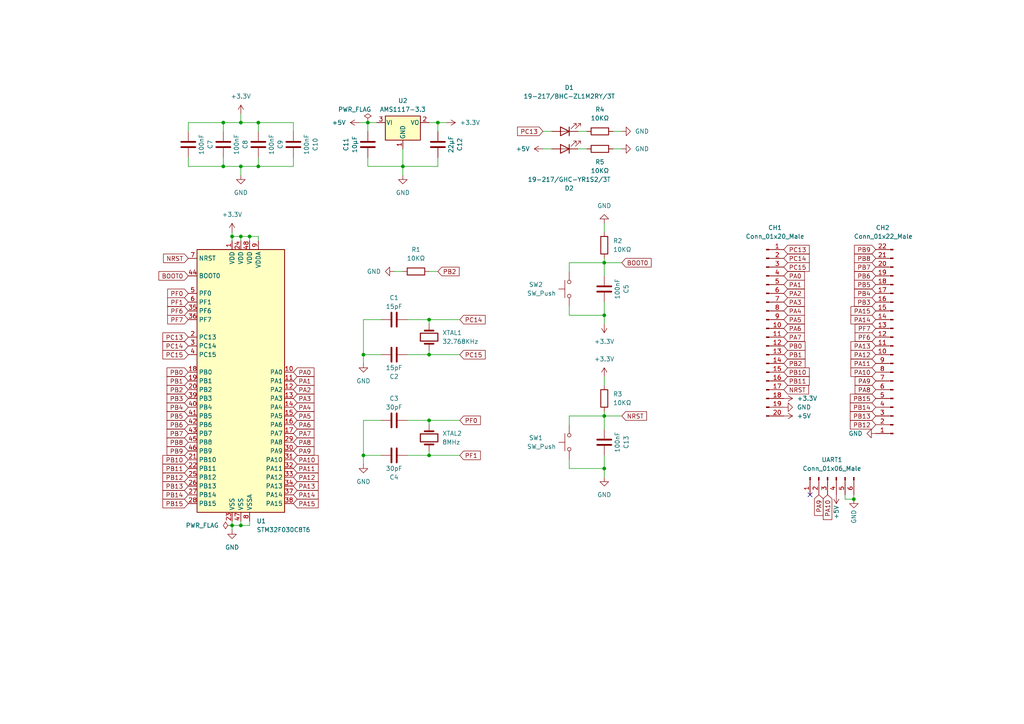
<source format=kicad_sch>
(kicad_sch (version 20211123) (generator eeschema)

  (uuid 978e1817-ddd6-4f04-b9a6-ae7fae5b1d1d)

  (paper "A4")

  (title_block
    (title "STM32F030C8T6")
  )

  (lib_symbols
    (symbol "Connector:Conn_01x06_Male" (pin_names (offset 1.016) hide) (in_bom yes) (on_board yes)
      (property "Reference" "J" (id 0) (at 0 7.62 0)
        (effects (font (size 1.27 1.27)))
      )
      (property "Value" "Conn_01x06_Male" (id 1) (at 0 -10.16 0)
        (effects (font (size 1.27 1.27)))
      )
      (property "Footprint" "" (id 2) (at 0 0 0)
        (effects (font (size 1.27 1.27)) hide)
      )
      (property "Datasheet" "~" (id 3) (at 0 0 0)
        (effects (font (size 1.27 1.27)) hide)
      )
      (property "ki_keywords" "connector" (id 4) (at 0 0 0)
        (effects (font (size 1.27 1.27)) hide)
      )
      (property "ki_description" "Generic connector, single row, 01x06, script generated (kicad-library-utils/schlib/autogen/connector/)" (id 5) (at 0 0 0)
        (effects (font (size 1.27 1.27)) hide)
      )
      (property "ki_fp_filters" "Connector*:*_1x??_*" (id 6) (at 0 0 0)
        (effects (font (size 1.27 1.27)) hide)
      )
      (symbol "Conn_01x06_Male_1_1"
        (polyline
          (pts
            (xy 1.27 -7.62)
            (xy 0.8636 -7.62)
          )
          (stroke (width 0.1524) (type default) (color 0 0 0 0))
          (fill (type none))
        )
        (polyline
          (pts
            (xy 1.27 -5.08)
            (xy 0.8636 -5.08)
          )
          (stroke (width 0.1524) (type default) (color 0 0 0 0))
          (fill (type none))
        )
        (polyline
          (pts
            (xy 1.27 -2.54)
            (xy 0.8636 -2.54)
          )
          (stroke (width 0.1524) (type default) (color 0 0 0 0))
          (fill (type none))
        )
        (polyline
          (pts
            (xy 1.27 0)
            (xy 0.8636 0)
          )
          (stroke (width 0.1524) (type default) (color 0 0 0 0))
          (fill (type none))
        )
        (polyline
          (pts
            (xy 1.27 2.54)
            (xy 0.8636 2.54)
          )
          (stroke (width 0.1524) (type default) (color 0 0 0 0))
          (fill (type none))
        )
        (polyline
          (pts
            (xy 1.27 5.08)
            (xy 0.8636 5.08)
          )
          (stroke (width 0.1524) (type default) (color 0 0 0 0))
          (fill (type none))
        )
        (rectangle (start 0.8636 -7.493) (end 0 -7.747)
          (stroke (width 0.1524) (type default) (color 0 0 0 0))
          (fill (type outline))
        )
        (rectangle (start 0.8636 -4.953) (end 0 -5.207)
          (stroke (width 0.1524) (type default) (color 0 0 0 0))
          (fill (type outline))
        )
        (rectangle (start 0.8636 -2.413) (end 0 -2.667)
          (stroke (width 0.1524) (type default) (color 0 0 0 0))
          (fill (type outline))
        )
        (rectangle (start 0.8636 0.127) (end 0 -0.127)
          (stroke (width 0.1524) (type default) (color 0 0 0 0))
          (fill (type outline))
        )
        (rectangle (start 0.8636 2.667) (end 0 2.413)
          (stroke (width 0.1524) (type default) (color 0 0 0 0))
          (fill (type outline))
        )
        (rectangle (start 0.8636 5.207) (end 0 4.953)
          (stroke (width 0.1524) (type default) (color 0 0 0 0))
          (fill (type outline))
        )
        (pin passive line (at 5.08 5.08 180) (length 3.81)
          (name "Pin_1" (effects (font (size 1.27 1.27))))
          (number "1" (effects (font (size 1.27 1.27))))
        )
        (pin passive line (at 5.08 2.54 180) (length 3.81)
          (name "Pin_2" (effects (font (size 1.27 1.27))))
          (number "2" (effects (font (size 1.27 1.27))))
        )
        (pin passive line (at 5.08 0 180) (length 3.81)
          (name "Pin_3" (effects (font (size 1.27 1.27))))
          (number "3" (effects (font (size 1.27 1.27))))
        )
        (pin passive line (at 5.08 -2.54 180) (length 3.81)
          (name "Pin_4" (effects (font (size 1.27 1.27))))
          (number "4" (effects (font (size 1.27 1.27))))
        )
        (pin passive line (at 5.08 -5.08 180) (length 3.81)
          (name "Pin_5" (effects (font (size 1.27 1.27))))
          (number "5" (effects (font (size 1.27 1.27))))
        )
        (pin passive line (at 5.08 -7.62 180) (length 3.81)
          (name "Pin_6" (effects (font (size 1.27 1.27))))
          (number "6" (effects (font (size 1.27 1.27))))
        )
      )
    )
    (symbol "Connector:Conn_01x20_Male" (pin_names (offset 1.016) hide) (in_bom yes) (on_board yes)
      (property "Reference" "J" (id 0) (at 0 25.4 0)
        (effects (font (size 1.27 1.27)))
      )
      (property "Value" "Conn_01x20_Male" (id 1) (at 0 -27.94 0)
        (effects (font (size 1.27 1.27)))
      )
      (property "Footprint" "" (id 2) (at 0 0 0)
        (effects (font (size 1.27 1.27)) hide)
      )
      (property "Datasheet" "~" (id 3) (at 0 0 0)
        (effects (font (size 1.27 1.27)) hide)
      )
      (property "ki_keywords" "connector" (id 4) (at 0 0 0)
        (effects (font (size 1.27 1.27)) hide)
      )
      (property "ki_description" "Generic connector, single row, 01x20, script generated (kicad-library-utils/schlib/autogen/connector/)" (id 5) (at 0 0 0)
        (effects (font (size 1.27 1.27)) hide)
      )
      (property "ki_fp_filters" "Connector*:*_1x??_*" (id 6) (at 0 0 0)
        (effects (font (size 1.27 1.27)) hide)
      )
      (symbol "Conn_01x20_Male_1_1"
        (polyline
          (pts
            (xy 1.27 -25.4)
            (xy 0.8636 -25.4)
          )
          (stroke (width 0.1524) (type default) (color 0 0 0 0))
          (fill (type none))
        )
        (polyline
          (pts
            (xy 1.27 -22.86)
            (xy 0.8636 -22.86)
          )
          (stroke (width 0.1524) (type default) (color 0 0 0 0))
          (fill (type none))
        )
        (polyline
          (pts
            (xy 1.27 -20.32)
            (xy 0.8636 -20.32)
          )
          (stroke (width 0.1524) (type default) (color 0 0 0 0))
          (fill (type none))
        )
        (polyline
          (pts
            (xy 1.27 -17.78)
            (xy 0.8636 -17.78)
          )
          (stroke (width 0.1524) (type default) (color 0 0 0 0))
          (fill (type none))
        )
        (polyline
          (pts
            (xy 1.27 -15.24)
            (xy 0.8636 -15.24)
          )
          (stroke (width 0.1524) (type default) (color 0 0 0 0))
          (fill (type none))
        )
        (polyline
          (pts
            (xy 1.27 -12.7)
            (xy 0.8636 -12.7)
          )
          (stroke (width 0.1524) (type default) (color 0 0 0 0))
          (fill (type none))
        )
        (polyline
          (pts
            (xy 1.27 -10.16)
            (xy 0.8636 -10.16)
          )
          (stroke (width 0.1524) (type default) (color 0 0 0 0))
          (fill (type none))
        )
        (polyline
          (pts
            (xy 1.27 -7.62)
            (xy 0.8636 -7.62)
          )
          (stroke (width 0.1524) (type default) (color 0 0 0 0))
          (fill (type none))
        )
        (polyline
          (pts
            (xy 1.27 -5.08)
            (xy 0.8636 -5.08)
          )
          (stroke (width 0.1524) (type default) (color 0 0 0 0))
          (fill (type none))
        )
        (polyline
          (pts
            (xy 1.27 -2.54)
            (xy 0.8636 -2.54)
          )
          (stroke (width 0.1524) (type default) (color 0 0 0 0))
          (fill (type none))
        )
        (polyline
          (pts
            (xy 1.27 0)
            (xy 0.8636 0)
          )
          (stroke (width 0.1524) (type default) (color 0 0 0 0))
          (fill (type none))
        )
        (polyline
          (pts
            (xy 1.27 2.54)
            (xy 0.8636 2.54)
          )
          (stroke (width 0.1524) (type default) (color 0 0 0 0))
          (fill (type none))
        )
        (polyline
          (pts
            (xy 1.27 5.08)
            (xy 0.8636 5.08)
          )
          (stroke (width 0.1524) (type default) (color 0 0 0 0))
          (fill (type none))
        )
        (polyline
          (pts
            (xy 1.27 7.62)
            (xy 0.8636 7.62)
          )
          (stroke (width 0.1524) (type default) (color 0 0 0 0))
          (fill (type none))
        )
        (polyline
          (pts
            (xy 1.27 10.16)
            (xy 0.8636 10.16)
          )
          (stroke (width 0.1524) (type default) (color 0 0 0 0))
          (fill (type none))
        )
        (polyline
          (pts
            (xy 1.27 12.7)
            (xy 0.8636 12.7)
          )
          (stroke (width 0.1524) (type default) (color 0 0 0 0))
          (fill (type none))
        )
        (polyline
          (pts
            (xy 1.27 15.24)
            (xy 0.8636 15.24)
          )
          (stroke (width 0.1524) (type default) (color 0 0 0 0))
          (fill (type none))
        )
        (polyline
          (pts
            (xy 1.27 17.78)
            (xy 0.8636 17.78)
          )
          (stroke (width 0.1524) (type default) (color 0 0 0 0))
          (fill (type none))
        )
        (polyline
          (pts
            (xy 1.27 20.32)
            (xy 0.8636 20.32)
          )
          (stroke (width 0.1524) (type default) (color 0 0 0 0))
          (fill (type none))
        )
        (polyline
          (pts
            (xy 1.27 22.86)
            (xy 0.8636 22.86)
          )
          (stroke (width 0.1524) (type default) (color 0 0 0 0))
          (fill (type none))
        )
        (rectangle (start 0.8636 -25.273) (end 0 -25.527)
          (stroke (width 0.1524) (type default) (color 0 0 0 0))
          (fill (type outline))
        )
        (rectangle (start 0.8636 -22.733) (end 0 -22.987)
          (stroke (width 0.1524) (type default) (color 0 0 0 0))
          (fill (type outline))
        )
        (rectangle (start 0.8636 -20.193) (end 0 -20.447)
          (stroke (width 0.1524) (type default) (color 0 0 0 0))
          (fill (type outline))
        )
        (rectangle (start 0.8636 -17.653) (end 0 -17.907)
          (stroke (width 0.1524) (type default) (color 0 0 0 0))
          (fill (type outline))
        )
        (rectangle (start 0.8636 -15.113) (end 0 -15.367)
          (stroke (width 0.1524) (type default) (color 0 0 0 0))
          (fill (type outline))
        )
        (rectangle (start 0.8636 -12.573) (end 0 -12.827)
          (stroke (width 0.1524) (type default) (color 0 0 0 0))
          (fill (type outline))
        )
        (rectangle (start 0.8636 -10.033) (end 0 -10.287)
          (stroke (width 0.1524) (type default) (color 0 0 0 0))
          (fill (type outline))
        )
        (rectangle (start 0.8636 -7.493) (end 0 -7.747)
          (stroke (width 0.1524) (type default) (color 0 0 0 0))
          (fill (type outline))
        )
        (rectangle (start 0.8636 -4.953) (end 0 -5.207)
          (stroke (width 0.1524) (type default) (color 0 0 0 0))
          (fill (type outline))
        )
        (rectangle (start 0.8636 -2.413) (end 0 -2.667)
          (stroke (width 0.1524) (type default) (color 0 0 0 0))
          (fill (type outline))
        )
        (rectangle (start 0.8636 0.127) (end 0 -0.127)
          (stroke (width 0.1524) (type default) (color 0 0 0 0))
          (fill (type outline))
        )
        (rectangle (start 0.8636 2.667) (end 0 2.413)
          (stroke (width 0.1524) (type default) (color 0 0 0 0))
          (fill (type outline))
        )
        (rectangle (start 0.8636 5.207) (end 0 4.953)
          (stroke (width 0.1524) (type default) (color 0 0 0 0))
          (fill (type outline))
        )
        (rectangle (start 0.8636 7.747) (end 0 7.493)
          (stroke (width 0.1524) (type default) (color 0 0 0 0))
          (fill (type outline))
        )
        (rectangle (start 0.8636 10.287) (end 0 10.033)
          (stroke (width 0.1524) (type default) (color 0 0 0 0))
          (fill (type outline))
        )
        (rectangle (start 0.8636 12.827) (end 0 12.573)
          (stroke (width 0.1524) (type default) (color 0 0 0 0))
          (fill (type outline))
        )
        (rectangle (start 0.8636 15.367) (end 0 15.113)
          (stroke (width 0.1524) (type default) (color 0 0 0 0))
          (fill (type outline))
        )
        (rectangle (start 0.8636 17.907) (end 0 17.653)
          (stroke (width 0.1524) (type default) (color 0 0 0 0))
          (fill (type outline))
        )
        (rectangle (start 0.8636 20.447) (end 0 20.193)
          (stroke (width 0.1524) (type default) (color 0 0 0 0))
          (fill (type outline))
        )
        (rectangle (start 0.8636 22.987) (end 0 22.733)
          (stroke (width 0.1524) (type default) (color 0 0 0 0))
          (fill (type outline))
        )
        (pin passive line (at 5.08 22.86 180) (length 3.81)
          (name "Pin_1" (effects (font (size 1.27 1.27))))
          (number "1" (effects (font (size 1.27 1.27))))
        )
        (pin passive line (at 5.08 0 180) (length 3.81)
          (name "Pin_10" (effects (font (size 1.27 1.27))))
          (number "10" (effects (font (size 1.27 1.27))))
        )
        (pin passive line (at 5.08 -2.54 180) (length 3.81)
          (name "Pin_11" (effects (font (size 1.27 1.27))))
          (number "11" (effects (font (size 1.27 1.27))))
        )
        (pin passive line (at 5.08 -5.08 180) (length 3.81)
          (name "Pin_12" (effects (font (size 1.27 1.27))))
          (number "12" (effects (font (size 1.27 1.27))))
        )
        (pin passive line (at 5.08 -7.62 180) (length 3.81)
          (name "Pin_13" (effects (font (size 1.27 1.27))))
          (number "13" (effects (font (size 1.27 1.27))))
        )
        (pin passive line (at 5.08 -10.16 180) (length 3.81)
          (name "Pin_14" (effects (font (size 1.27 1.27))))
          (number "14" (effects (font (size 1.27 1.27))))
        )
        (pin passive line (at 5.08 -12.7 180) (length 3.81)
          (name "Pin_15" (effects (font (size 1.27 1.27))))
          (number "15" (effects (font (size 1.27 1.27))))
        )
        (pin passive line (at 5.08 -15.24 180) (length 3.81)
          (name "Pin_16" (effects (font (size 1.27 1.27))))
          (number "16" (effects (font (size 1.27 1.27))))
        )
        (pin passive line (at 5.08 -17.78 180) (length 3.81)
          (name "Pin_17" (effects (font (size 1.27 1.27))))
          (number "17" (effects (font (size 1.27 1.27))))
        )
        (pin passive line (at 5.08 -20.32 180) (length 3.81)
          (name "Pin_18" (effects (font (size 1.27 1.27))))
          (number "18" (effects (font (size 1.27 1.27))))
        )
        (pin passive line (at 5.08 -22.86 180) (length 3.81)
          (name "Pin_19" (effects (font (size 1.27 1.27))))
          (number "19" (effects (font (size 1.27 1.27))))
        )
        (pin passive line (at 5.08 20.32 180) (length 3.81)
          (name "Pin_2" (effects (font (size 1.27 1.27))))
          (number "2" (effects (font (size 1.27 1.27))))
        )
        (pin passive line (at 5.08 -25.4 180) (length 3.81)
          (name "Pin_20" (effects (font (size 1.27 1.27))))
          (number "20" (effects (font (size 1.27 1.27))))
        )
        (pin passive line (at 5.08 17.78 180) (length 3.81)
          (name "Pin_3" (effects (font (size 1.27 1.27))))
          (number "3" (effects (font (size 1.27 1.27))))
        )
        (pin passive line (at 5.08 15.24 180) (length 3.81)
          (name "Pin_4" (effects (font (size 1.27 1.27))))
          (number "4" (effects (font (size 1.27 1.27))))
        )
        (pin passive line (at 5.08 12.7 180) (length 3.81)
          (name "Pin_5" (effects (font (size 1.27 1.27))))
          (number "5" (effects (font (size 1.27 1.27))))
        )
        (pin passive line (at 5.08 10.16 180) (length 3.81)
          (name "Pin_6" (effects (font (size 1.27 1.27))))
          (number "6" (effects (font (size 1.27 1.27))))
        )
        (pin passive line (at 5.08 7.62 180) (length 3.81)
          (name "Pin_7" (effects (font (size 1.27 1.27))))
          (number "7" (effects (font (size 1.27 1.27))))
        )
        (pin passive line (at 5.08 5.08 180) (length 3.81)
          (name "Pin_8" (effects (font (size 1.27 1.27))))
          (number "8" (effects (font (size 1.27 1.27))))
        )
        (pin passive line (at 5.08 2.54 180) (length 3.81)
          (name "Pin_9" (effects (font (size 1.27 1.27))))
          (number "9" (effects (font (size 1.27 1.27))))
        )
      )
    )
    (symbol "Connector:Conn_01x22_Male" (pin_names (offset 1.016) hide) (in_bom yes) (on_board yes)
      (property "Reference" "J" (id 0) (at 0 27.94 0)
        (effects (font (size 1.27 1.27)))
      )
      (property "Value" "Conn_01x22_Male" (id 1) (at 0 -30.48 0)
        (effects (font (size 1.27 1.27)))
      )
      (property "Footprint" "" (id 2) (at 0 0 0)
        (effects (font (size 1.27 1.27)) hide)
      )
      (property "Datasheet" "~" (id 3) (at 0 0 0)
        (effects (font (size 1.27 1.27)) hide)
      )
      (property "ki_keywords" "connector" (id 4) (at 0 0 0)
        (effects (font (size 1.27 1.27)) hide)
      )
      (property "ki_description" "Generic connector, single row, 01x22, script generated (kicad-library-utils/schlib/autogen/connector/)" (id 5) (at 0 0 0)
        (effects (font (size 1.27 1.27)) hide)
      )
      (property "ki_fp_filters" "Connector*:*_1x??_*" (id 6) (at 0 0 0)
        (effects (font (size 1.27 1.27)) hide)
      )
      (symbol "Conn_01x22_Male_1_1"
        (polyline
          (pts
            (xy 1.27 -27.94)
            (xy 0.8636 -27.94)
          )
          (stroke (width 0.1524) (type default) (color 0 0 0 0))
          (fill (type none))
        )
        (polyline
          (pts
            (xy 1.27 -25.4)
            (xy 0.8636 -25.4)
          )
          (stroke (width 0.1524) (type default) (color 0 0 0 0))
          (fill (type none))
        )
        (polyline
          (pts
            (xy 1.27 -22.86)
            (xy 0.8636 -22.86)
          )
          (stroke (width 0.1524) (type default) (color 0 0 0 0))
          (fill (type none))
        )
        (polyline
          (pts
            (xy 1.27 -20.32)
            (xy 0.8636 -20.32)
          )
          (stroke (width 0.1524) (type default) (color 0 0 0 0))
          (fill (type none))
        )
        (polyline
          (pts
            (xy 1.27 -17.78)
            (xy 0.8636 -17.78)
          )
          (stroke (width 0.1524) (type default) (color 0 0 0 0))
          (fill (type none))
        )
        (polyline
          (pts
            (xy 1.27 -15.24)
            (xy 0.8636 -15.24)
          )
          (stroke (width 0.1524) (type default) (color 0 0 0 0))
          (fill (type none))
        )
        (polyline
          (pts
            (xy 1.27 -12.7)
            (xy 0.8636 -12.7)
          )
          (stroke (width 0.1524) (type default) (color 0 0 0 0))
          (fill (type none))
        )
        (polyline
          (pts
            (xy 1.27 -10.16)
            (xy 0.8636 -10.16)
          )
          (stroke (width 0.1524) (type default) (color 0 0 0 0))
          (fill (type none))
        )
        (polyline
          (pts
            (xy 1.27 -7.62)
            (xy 0.8636 -7.62)
          )
          (stroke (width 0.1524) (type default) (color 0 0 0 0))
          (fill (type none))
        )
        (polyline
          (pts
            (xy 1.27 -5.08)
            (xy 0.8636 -5.08)
          )
          (stroke (width 0.1524) (type default) (color 0 0 0 0))
          (fill (type none))
        )
        (polyline
          (pts
            (xy 1.27 -2.54)
            (xy 0.8636 -2.54)
          )
          (stroke (width 0.1524) (type default) (color 0 0 0 0))
          (fill (type none))
        )
        (polyline
          (pts
            (xy 1.27 0)
            (xy 0.8636 0)
          )
          (stroke (width 0.1524) (type default) (color 0 0 0 0))
          (fill (type none))
        )
        (polyline
          (pts
            (xy 1.27 2.54)
            (xy 0.8636 2.54)
          )
          (stroke (width 0.1524) (type default) (color 0 0 0 0))
          (fill (type none))
        )
        (polyline
          (pts
            (xy 1.27 5.08)
            (xy 0.8636 5.08)
          )
          (stroke (width 0.1524) (type default) (color 0 0 0 0))
          (fill (type none))
        )
        (polyline
          (pts
            (xy 1.27 7.62)
            (xy 0.8636 7.62)
          )
          (stroke (width 0.1524) (type default) (color 0 0 0 0))
          (fill (type none))
        )
        (polyline
          (pts
            (xy 1.27 10.16)
            (xy 0.8636 10.16)
          )
          (stroke (width 0.1524) (type default) (color 0 0 0 0))
          (fill (type none))
        )
        (polyline
          (pts
            (xy 1.27 12.7)
            (xy 0.8636 12.7)
          )
          (stroke (width 0.1524) (type default) (color 0 0 0 0))
          (fill (type none))
        )
        (polyline
          (pts
            (xy 1.27 15.24)
            (xy 0.8636 15.24)
          )
          (stroke (width 0.1524) (type default) (color 0 0 0 0))
          (fill (type none))
        )
        (polyline
          (pts
            (xy 1.27 17.78)
            (xy 0.8636 17.78)
          )
          (stroke (width 0.1524) (type default) (color 0 0 0 0))
          (fill (type none))
        )
        (polyline
          (pts
            (xy 1.27 20.32)
            (xy 0.8636 20.32)
          )
          (stroke (width 0.1524) (type default) (color 0 0 0 0))
          (fill (type none))
        )
        (polyline
          (pts
            (xy 1.27 22.86)
            (xy 0.8636 22.86)
          )
          (stroke (width 0.1524) (type default) (color 0 0 0 0))
          (fill (type none))
        )
        (polyline
          (pts
            (xy 1.27 25.4)
            (xy 0.8636 25.4)
          )
          (stroke (width 0.1524) (type default) (color 0 0 0 0))
          (fill (type none))
        )
        (rectangle (start 0.8636 -27.813) (end 0 -28.067)
          (stroke (width 0.1524) (type default) (color 0 0 0 0))
          (fill (type outline))
        )
        (rectangle (start 0.8636 -25.273) (end 0 -25.527)
          (stroke (width 0.1524) (type default) (color 0 0 0 0))
          (fill (type outline))
        )
        (rectangle (start 0.8636 -22.733) (end 0 -22.987)
          (stroke (width 0.1524) (type default) (color 0 0 0 0))
          (fill (type outline))
        )
        (rectangle (start 0.8636 -20.193) (end 0 -20.447)
          (stroke (width 0.1524) (type default) (color 0 0 0 0))
          (fill (type outline))
        )
        (rectangle (start 0.8636 -17.653) (end 0 -17.907)
          (stroke (width 0.1524) (type default) (color 0 0 0 0))
          (fill (type outline))
        )
        (rectangle (start 0.8636 -15.113) (end 0 -15.367)
          (stroke (width 0.1524) (type default) (color 0 0 0 0))
          (fill (type outline))
        )
        (rectangle (start 0.8636 -12.573) (end 0 -12.827)
          (stroke (width 0.1524) (type default) (color 0 0 0 0))
          (fill (type outline))
        )
        (rectangle (start 0.8636 -10.033) (end 0 -10.287)
          (stroke (width 0.1524) (type default) (color 0 0 0 0))
          (fill (type outline))
        )
        (rectangle (start 0.8636 -7.493) (end 0 -7.747)
          (stroke (width 0.1524) (type default) (color 0 0 0 0))
          (fill (type outline))
        )
        (rectangle (start 0.8636 -4.953) (end 0 -5.207)
          (stroke (width 0.1524) (type default) (color 0 0 0 0))
          (fill (type outline))
        )
        (rectangle (start 0.8636 -2.413) (end 0 -2.667)
          (stroke (width 0.1524) (type default) (color 0 0 0 0))
          (fill (type outline))
        )
        (rectangle (start 0.8636 0.127) (end 0 -0.127)
          (stroke (width 0.1524) (type default) (color 0 0 0 0))
          (fill (type outline))
        )
        (rectangle (start 0.8636 2.667) (end 0 2.413)
          (stroke (width 0.1524) (type default) (color 0 0 0 0))
          (fill (type outline))
        )
        (rectangle (start 0.8636 5.207) (end 0 4.953)
          (stroke (width 0.1524) (type default) (color 0 0 0 0))
          (fill (type outline))
        )
        (rectangle (start 0.8636 7.747) (end 0 7.493)
          (stroke (width 0.1524) (type default) (color 0 0 0 0))
          (fill (type outline))
        )
        (rectangle (start 0.8636 10.287) (end 0 10.033)
          (stroke (width 0.1524) (type default) (color 0 0 0 0))
          (fill (type outline))
        )
        (rectangle (start 0.8636 12.827) (end 0 12.573)
          (stroke (width 0.1524) (type default) (color 0 0 0 0))
          (fill (type outline))
        )
        (rectangle (start 0.8636 15.367) (end 0 15.113)
          (stroke (width 0.1524) (type default) (color 0 0 0 0))
          (fill (type outline))
        )
        (rectangle (start 0.8636 17.907) (end 0 17.653)
          (stroke (width 0.1524) (type default) (color 0 0 0 0))
          (fill (type outline))
        )
        (rectangle (start 0.8636 20.447) (end 0 20.193)
          (stroke (width 0.1524) (type default) (color 0 0 0 0))
          (fill (type outline))
        )
        (rectangle (start 0.8636 22.987) (end 0 22.733)
          (stroke (width 0.1524) (type default) (color 0 0 0 0))
          (fill (type outline))
        )
        (rectangle (start 0.8636 25.527) (end 0 25.273)
          (stroke (width 0.1524) (type default) (color 0 0 0 0))
          (fill (type outline))
        )
        (pin passive line (at 5.08 25.4 180) (length 3.81)
          (name "Pin_1" (effects (font (size 1.27 1.27))))
          (number "1" (effects (font (size 1.27 1.27))))
        )
        (pin passive line (at 5.08 2.54 180) (length 3.81)
          (name "Pin_10" (effects (font (size 1.27 1.27))))
          (number "10" (effects (font (size 1.27 1.27))))
        )
        (pin passive line (at 5.08 0 180) (length 3.81)
          (name "Pin_11" (effects (font (size 1.27 1.27))))
          (number "11" (effects (font (size 1.27 1.27))))
        )
        (pin passive line (at 5.08 -2.54 180) (length 3.81)
          (name "Pin_12" (effects (font (size 1.27 1.27))))
          (number "12" (effects (font (size 1.27 1.27))))
        )
        (pin passive line (at 5.08 -5.08 180) (length 3.81)
          (name "Pin_13" (effects (font (size 1.27 1.27))))
          (number "13" (effects (font (size 1.27 1.27))))
        )
        (pin passive line (at 5.08 -7.62 180) (length 3.81)
          (name "Pin_14" (effects (font (size 1.27 1.27))))
          (number "14" (effects (font (size 1.27 1.27))))
        )
        (pin passive line (at 5.08 -10.16 180) (length 3.81)
          (name "Pin_15" (effects (font (size 1.27 1.27))))
          (number "15" (effects (font (size 1.27 1.27))))
        )
        (pin passive line (at 5.08 -12.7 180) (length 3.81)
          (name "Pin_16" (effects (font (size 1.27 1.27))))
          (number "16" (effects (font (size 1.27 1.27))))
        )
        (pin passive line (at 5.08 -15.24 180) (length 3.81)
          (name "Pin_17" (effects (font (size 1.27 1.27))))
          (number "17" (effects (font (size 1.27 1.27))))
        )
        (pin passive line (at 5.08 -17.78 180) (length 3.81)
          (name "Pin_18" (effects (font (size 1.27 1.27))))
          (number "18" (effects (font (size 1.27 1.27))))
        )
        (pin passive line (at 5.08 -20.32 180) (length 3.81)
          (name "Pin_19" (effects (font (size 1.27 1.27))))
          (number "19" (effects (font (size 1.27 1.27))))
        )
        (pin passive line (at 5.08 22.86 180) (length 3.81)
          (name "Pin_2" (effects (font (size 1.27 1.27))))
          (number "2" (effects (font (size 1.27 1.27))))
        )
        (pin passive line (at 5.08 -22.86 180) (length 3.81)
          (name "Pin_20" (effects (font (size 1.27 1.27))))
          (number "20" (effects (font (size 1.27 1.27))))
        )
        (pin passive line (at 5.08 -25.4 180) (length 3.81)
          (name "Pin_21" (effects (font (size 1.27 1.27))))
          (number "21" (effects (font (size 1.27 1.27))))
        )
        (pin passive line (at 5.08 -27.94 180) (length 3.81)
          (name "Pin_22" (effects (font (size 1.27 1.27))))
          (number "22" (effects (font (size 1.27 1.27))))
        )
        (pin passive line (at 5.08 20.32 180) (length 3.81)
          (name "Pin_3" (effects (font (size 1.27 1.27))))
          (number "3" (effects (font (size 1.27 1.27))))
        )
        (pin passive line (at 5.08 17.78 180) (length 3.81)
          (name "Pin_4" (effects (font (size 1.27 1.27))))
          (number "4" (effects (font (size 1.27 1.27))))
        )
        (pin passive line (at 5.08 15.24 180) (length 3.81)
          (name "Pin_5" (effects (font (size 1.27 1.27))))
          (number "5" (effects (font (size 1.27 1.27))))
        )
        (pin passive line (at 5.08 12.7 180) (length 3.81)
          (name "Pin_6" (effects (font (size 1.27 1.27))))
          (number "6" (effects (font (size 1.27 1.27))))
        )
        (pin passive line (at 5.08 10.16 180) (length 3.81)
          (name "Pin_7" (effects (font (size 1.27 1.27))))
          (number "7" (effects (font (size 1.27 1.27))))
        )
        (pin passive line (at 5.08 7.62 180) (length 3.81)
          (name "Pin_8" (effects (font (size 1.27 1.27))))
          (number "8" (effects (font (size 1.27 1.27))))
        )
        (pin passive line (at 5.08 5.08 180) (length 3.81)
          (name "Pin_9" (effects (font (size 1.27 1.27))))
          (number "9" (effects (font (size 1.27 1.27))))
        )
      )
    )
    (symbol "Device:C" (pin_numbers hide) (pin_names (offset 0.254)) (in_bom yes) (on_board yes)
      (property "Reference" "C" (id 0) (at 0.635 2.54 0)
        (effects (font (size 1.27 1.27)) (justify left))
      )
      (property "Value" "C" (id 1) (at 0.635 -2.54 0)
        (effects (font (size 1.27 1.27)) (justify left))
      )
      (property "Footprint" "" (id 2) (at 0.9652 -3.81 0)
        (effects (font (size 1.27 1.27)) hide)
      )
      (property "Datasheet" "~" (id 3) (at 0 0 0)
        (effects (font (size 1.27 1.27)) hide)
      )
      (property "ki_keywords" "cap capacitor" (id 4) (at 0 0 0)
        (effects (font (size 1.27 1.27)) hide)
      )
      (property "ki_description" "Unpolarized capacitor" (id 5) (at 0 0 0)
        (effects (font (size 1.27 1.27)) hide)
      )
      (property "ki_fp_filters" "C_*" (id 6) (at 0 0 0)
        (effects (font (size 1.27 1.27)) hide)
      )
      (symbol "C_0_1"
        (polyline
          (pts
            (xy -2.032 -0.762)
            (xy 2.032 -0.762)
          )
          (stroke (width 0.508) (type default) (color 0 0 0 0))
          (fill (type none))
        )
        (polyline
          (pts
            (xy -2.032 0.762)
            (xy 2.032 0.762)
          )
          (stroke (width 0.508) (type default) (color 0 0 0 0))
          (fill (type none))
        )
      )
      (symbol "C_1_1"
        (pin passive line (at 0 3.81 270) (length 2.794)
          (name "~" (effects (font (size 1.27 1.27))))
          (number "1" (effects (font (size 1.27 1.27))))
        )
        (pin passive line (at 0 -3.81 90) (length 2.794)
          (name "~" (effects (font (size 1.27 1.27))))
          (number "2" (effects (font (size 1.27 1.27))))
        )
      )
    )
    (symbol "Device:Crystal" (pin_numbers hide) (pin_names (offset 1.016) hide) (in_bom yes) (on_board yes)
      (property "Reference" "Y" (id 0) (at 0 3.81 0)
        (effects (font (size 1.27 1.27)))
      )
      (property "Value" "Crystal" (id 1) (at 0 -3.81 0)
        (effects (font (size 1.27 1.27)))
      )
      (property "Footprint" "" (id 2) (at 0 0 0)
        (effects (font (size 1.27 1.27)) hide)
      )
      (property "Datasheet" "~" (id 3) (at 0 0 0)
        (effects (font (size 1.27 1.27)) hide)
      )
      (property "ki_keywords" "quartz ceramic resonator oscillator" (id 4) (at 0 0 0)
        (effects (font (size 1.27 1.27)) hide)
      )
      (property "ki_description" "Two pin crystal" (id 5) (at 0 0 0)
        (effects (font (size 1.27 1.27)) hide)
      )
      (property "ki_fp_filters" "Crystal*" (id 6) (at 0 0 0)
        (effects (font (size 1.27 1.27)) hide)
      )
      (symbol "Crystal_0_1"
        (rectangle (start -1.143 2.54) (end 1.143 -2.54)
          (stroke (width 0.3048) (type default) (color 0 0 0 0))
          (fill (type none))
        )
        (polyline
          (pts
            (xy -2.54 0)
            (xy -1.905 0)
          )
          (stroke (width 0) (type default) (color 0 0 0 0))
          (fill (type none))
        )
        (polyline
          (pts
            (xy -1.905 -1.27)
            (xy -1.905 1.27)
          )
          (stroke (width 0.508) (type default) (color 0 0 0 0))
          (fill (type none))
        )
        (polyline
          (pts
            (xy 1.905 -1.27)
            (xy 1.905 1.27)
          )
          (stroke (width 0.508) (type default) (color 0 0 0 0))
          (fill (type none))
        )
        (polyline
          (pts
            (xy 2.54 0)
            (xy 1.905 0)
          )
          (stroke (width 0) (type default) (color 0 0 0 0))
          (fill (type none))
        )
      )
      (symbol "Crystal_1_1"
        (pin passive line (at -3.81 0 0) (length 1.27)
          (name "1" (effects (font (size 1.27 1.27))))
          (number "1" (effects (font (size 1.27 1.27))))
        )
        (pin passive line (at 3.81 0 180) (length 1.27)
          (name "2" (effects (font (size 1.27 1.27))))
          (number "2" (effects (font (size 1.27 1.27))))
        )
      )
    )
    (symbol "Device:LED" (pin_numbers hide) (pin_names (offset 1.016) hide) (in_bom yes) (on_board yes)
      (property "Reference" "D" (id 0) (at 0 2.54 0)
        (effects (font (size 1.27 1.27)))
      )
      (property "Value" "LED" (id 1) (at 0 -2.54 0)
        (effects (font (size 1.27 1.27)))
      )
      (property "Footprint" "" (id 2) (at 0 0 0)
        (effects (font (size 1.27 1.27)) hide)
      )
      (property "Datasheet" "~" (id 3) (at 0 0 0)
        (effects (font (size 1.27 1.27)) hide)
      )
      (property "ki_keywords" "LED diode" (id 4) (at 0 0 0)
        (effects (font (size 1.27 1.27)) hide)
      )
      (property "ki_description" "Light emitting diode" (id 5) (at 0 0 0)
        (effects (font (size 1.27 1.27)) hide)
      )
      (property "ki_fp_filters" "LED* LED_SMD:* LED_THT:*" (id 6) (at 0 0 0)
        (effects (font (size 1.27 1.27)) hide)
      )
      (symbol "LED_0_1"
        (polyline
          (pts
            (xy -1.27 -1.27)
            (xy -1.27 1.27)
          )
          (stroke (width 0.254) (type default) (color 0 0 0 0))
          (fill (type none))
        )
        (polyline
          (pts
            (xy -1.27 0)
            (xy 1.27 0)
          )
          (stroke (width 0) (type default) (color 0 0 0 0))
          (fill (type none))
        )
        (polyline
          (pts
            (xy 1.27 -1.27)
            (xy 1.27 1.27)
            (xy -1.27 0)
            (xy 1.27 -1.27)
          )
          (stroke (width 0.254) (type default) (color 0 0 0 0))
          (fill (type none))
        )
        (polyline
          (pts
            (xy -3.048 -0.762)
            (xy -4.572 -2.286)
            (xy -3.81 -2.286)
            (xy -4.572 -2.286)
            (xy -4.572 -1.524)
          )
          (stroke (width 0) (type default) (color 0 0 0 0))
          (fill (type none))
        )
        (polyline
          (pts
            (xy -1.778 -0.762)
            (xy -3.302 -2.286)
            (xy -2.54 -2.286)
            (xy -3.302 -2.286)
            (xy -3.302 -1.524)
          )
          (stroke (width 0) (type default) (color 0 0 0 0))
          (fill (type none))
        )
      )
      (symbol "LED_1_1"
        (pin passive line (at -3.81 0 0) (length 2.54)
          (name "K" (effects (font (size 1.27 1.27))))
          (number "1" (effects (font (size 1.27 1.27))))
        )
        (pin passive line (at 3.81 0 180) (length 2.54)
          (name "A" (effects (font (size 1.27 1.27))))
          (number "2" (effects (font (size 1.27 1.27))))
        )
      )
    )
    (symbol "Device:R" (pin_numbers hide) (pin_names (offset 0)) (in_bom yes) (on_board yes)
      (property "Reference" "R" (id 0) (at 2.032 0 90)
        (effects (font (size 1.27 1.27)))
      )
      (property "Value" "R" (id 1) (at 0 0 90)
        (effects (font (size 1.27 1.27)))
      )
      (property "Footprint" "" (id 2) (at -1.778 0 90)
        (effects (font (size 1.27 1.27)) hide)
      )
      (property "Datasheet" "~" (id 3) (at 0 0 0)
        (effects (font (size 1.27 1.27)) hide)
      )
      (property "ki_keywords" "R res resistor" (id 4) (at 0 0 0)
        (effects (font (size 1.27 1.27)) hide)
      )
      (property "ki_description" "Resistor" (id 5) (at 0 0 0)
        (effects (font (size 1.27 1.27)) hide)
      )
      (property "ki_fp_filters" "R_*" (id 6) (at 0 0 0)
        (effects (font (size 1.27 1.27)) hide)
      )
      (symbol "R_0_1"
        (rectangle (start -1.016 -2.54) (end 1.016 2.54)
          (stroke (width 0.254) (type default) (color 0 0 0 0))
          (fill (type none))
        )
      )
      (symbol "R_1_1"
        (pin passive line (at 0 3.81 270) (length 1.27)
          (name "~" (effects (font (size 1.27 1.27))))
          (number "1" (effects (font (size 1.27 1.27))))
        )
        (pin passive line (at 0 -3.81 90) (length 1.27)
          (name "~" (effects (font (size 1.27 1.27))))
          (number "2" (effects (font (size 1.27 1.27))))
        )
      )
    )
    (symbol "MCU_ST_STM32F0:STM32F030C8Tx" (in_bom yes) (on_board yes)
      (property "Reference" "U" (id 0) (at -12.7 39.37 0)
        (effects (font (size 1.27 1.27)) (justify left))
      )
      (property "Value" "STM32F030C8Tx" (id 1) (at 7.62 39.37 0)
        (effects (font (size 1.27 1.27)) (justify left))
      )
      (property "Footprint" "Package_QFP:LQFP-48_7x7mm_P0.5mm" (id 2) (at -12.7 -38.1 0)
        (effects (font (size 1.27 1.27)) (justify right) hide)
      )
      (property "Datasheet" "http://www.st.com/st-web-ui/static/active/en/resource/technical/document/datasheet/DM00088500.pdf" (id 3) (at 0 0 0)
        (effects (font (size 1.27 1.27)) hide)
      )
      (property "ki_keywords" "ARM Cortex-M0 STM32F0 STM32F0x0 Value Line" (id 4) (at 0 0 0)
        (effects (font (size 1.27 1.27)) hide)
      )
      (property "ki_description" "ARM Cortex-M0 MCU, 64KB flash, 8KB RAM, 48MHz, 2.4-3.6V, 39 GPIO, LQFP-48" (id 5) (at 0 0 0)
        (effects (font (size 1.27 1.27)) hide)
      )
      (property "ki_fp_filters" "LQFP*7x7mm*P0.5mm*" (id 6) (at 0 0 0)
        (effects (font (size 1.27 1.27)) hide)
      )
      (symbol "STM32F030C8Tx_0_1"
        (rectangle (start -12.7 -38.1) (end 12.7 38.1)
          (stroke (width 0.254) (type default) (color 0 0 0 0))
          (fill (type background))
        )
      )
      (symbol "STM32F030C8Tx_1_1"
        (pin power_in line (at -2.54 40.64 270) (length 2.54)
          (name "VDD" (effects (font (size 1.27 1.27))))
          (number "1" (effects (font (size 1.27 1.27))))
        )
        (pin bidirectional line (at 15.24 2.54 180) (length 2.54)
          (name "PA0" (effects (font (size 1.27 1.27))))
          (number "10" (effects (font (size 1.27 1.27))))
        )
        (pin bidirectional line (at 15.24 0 180) (length 2.54)
          (name "PA1" (effects (font (size 1.27 1.27))))
          (number "11" (effects (font (size 1.27 1.27))))
        )
        (pin bidirectional line (at 15.24 -2.54 180) (length 2.54)
          (name "PA2" (effects (font (size 1.27 1.27))))
          (number "12" (effects (font (size 1.27 1.27))))
        )
        (pin bidirectional line (at 15.24 -5.08 180) (length 2.54)
          (name "PA3" (effects (font (size 1.27 1.27))))
          (number "13" (effects (font (size 1.27 1.27))))
        )
        (pin bidirectional line (at 15.24 -7.62 180) (length 2.54)
          (name "PA4" (effects (font (size 1.27 1.27))))
          (number "14" (effects (font (size 1.27 1.27))))
        )
        (pin bidirectional line (at 15.24 -10.16 180) (length 2.54)
          (name "PA5" (effects (font (size 1.27 1.27))))
          (number "15" (effects (font (size 1.27 1.27))))
        )
        (pin bidirectional line (at 15.24 -12.7 180) (length 2.54)
          (name "PA6" (effects (font (size 1.27 1.27))))
          (number "16" (effects (font (size 1.27 1.27))))
        )
        (pin bidirectional line (at 15.24 -15.24 180) (length 2.54)
          (name "PA7" (effects (font (size 1.27 1.27))))
          (number "17" (effects (font (size 1.27 1.27))))
        )
        (pin bidirectional line (at -15.24 2.54 0) (length 2.54)
          (name "PB0" (effects (font (size 1.27 1.27))))
          (number "18" (effects (font (size 1.27 1.27))))
        )
        (pin bidirectional line (at -15.24 0 0) (length 2.54)
          (name "PB1" (effects (font (size 1.27 1.27))))
          (number "19" (effects (font (size 1.27 1.27))))
        )
        (pin bidirectional line (at -15.24 12.7 0) (length 2.54)
          (name "PC13" (effects (font (size 1.27 1.27))))
          (number "2" (effects (font (size 1.27 1.27))))
        )
        (pin bidirectional line (at -15.24 -2.54 0) (length 2.54)
          (name "PB2" (effects (font (size 1.27 1.27))))
          (number "20" (effects (font (size 1.27 1.27))))
        )
        (pin bidirectional line (at -15.24 -22.86 0) (length 2.54)
          (name "PB10" (effects (font (size 1.27 1.27))))
          (number "21" (effects (font (size 1.27 1.27))))
        )
        (pin bidirectional line (at -15.24 -25.4 0) (length 2.54)
          (name "PB11" (effects (font (size 1.27 1.27))))
          (number "22" (effects (font (size 1.27 1.27))))
        )
        (pin power_in line (at -2.54 -40.64 90) (length 2.54)
          (name "VSS" (effects (font (size 1.27 1.27))))
          (number "23" (effects (font (size 1.27 1.27))))
        )
        (pin power_in line (at 0 40.64 270) (length 2.54)
          (name "VDD" (effects (font (size 1.27 1.27))))
          (number "24" (effects (font (size 1.27 1.27))))
        )
        (pin bidirectional line (at -15.24 -27.94 0) (length 2.54)
          (name "PB12" (effects (font (size 1.27 1.27))))
          (number "25" (effects (font (size 1.27 1.27))))
        )
        (pin bidirectional line (at -15.24 -30.48 0) (length 2.54)
          (name "PB13" (effects (font (size 1.27 1.27))))
          (number "26" (effects (font (size 1.27 1.27))))
        )
        (pin bidirectional line (at -15.24 -33.02 0) (length 2.54)
          (name "PB14" (effects (font (size 1.27 1.27))))
          (number "27" (effects (font (size 1.27 1.27))))
        )
        (pin bidirectional line (at -15.24 -35.56 0) (length 2.54)
          (name "PB15" (effects (font (size 1.27 1.27))))
          (number "28" (effects (font (size 1.27 1.27))))
        )
        (pin bidirectional line (at 15.24 -17.78 180) (length 2.54)
          (name "PA8" (effects (font (size 1.27 1.27))))
          (number "29" (effects (font (size 1.27 1.27))))
        )
        (pin bidirectional line (at -15.24 10.16 0) (length 2.54)
          (name "PC14" (effects (font (size 1.27 1.27))))
          (number "3" (effects (font (size 1.27 1.27))))
        )
        (pin bidirectional line (at 15.24 -20.32 180) (length 2.54)
          (name "PA9" (effects (font (size 1.27 1.27))))
          (number "30" (effects (font (size 1.27 1.27))))
        )
        (pin bidirectional line (at 15.24 -22.86 180) (length 2.54)
          (name "PA10" (effects (font (size 1.27 1.27))))
          (number "31" (effects (font (size 1.27 1.27))))
        )
        (pin bidirectional line (at 15.24 -25.4 180) (length 2.54)
          (name "PA11" (effects (font (size 1.27 1.27))))
          (number "32" (effects (font (size 1.27 1.27))))
        )
        (pin bidirectional line (at 15.24 -27.94 180) (length 2.54)
          (name "PA12" (effects (font (size 1.27 1.27))))
          (number "33" (effects (font (size 1.27 1.27))))
        )
        (pin bidirectional line (at 15.24 -30.48 180) (length 2.54)
          (name "PA13" (effects (font (size 1.27 1.27))))
          (number "34" (effects (font (size 1.27 1.27))))
        )
        (pin bidirectional line (at -15.24 20.32 0) (length 2.54)
          (name "PF6" (effects (font (size 1.27 1.27))))
          (number "35" (effects (font (size 1.27 1.27))))
        )
        (pin bidirectional line (at -15.24 17.78 0) (length 2.54)
          (name "PF7" (effects (font (size 1.27 1.27))))
          (number "36" (effects (font (size 1.27 1.27))))
        )
        (pin bidirectional line (at 15.24 -33.02 180) (length 2.54)
          (name "PA14" (effects (font (size 1.27 1.27))))
          (number "37" (effects (font (size 1.27 1.27))))
        )
        (pin bidirectional line (at 15.24 -35.56 180) (length 2.54)
          (name "PA15" (effects (font (size 1.27 1.27))))
          (number "38" (effects (font (size 1.27 1.27))))
        )
        (pin bidirectional line (at -15.24 -5.08 0) (length 2.54)
          (name "PB3" (effects (font (size 1.27 1.27))))
          (number "39" (effects (font (size 1.27 1.27))))
        )
        (pin bidirectional line (at -15.24 7.62 0) (length 2.54)
          (name "PC15" (effects (font (size 1.27 1.27))))
          (number "4" (effects (font (size 1.27 1.27))))
        )
        (pin bidirectional line (at -15.24 -7.62 0) (length 2.54)
          (name "PB4" (effects (font (size 1.27 1.27))))
          (number "40" (effects (font (size 1.27 1.27))))
        )
        (pin bidirectional line (at -15.24 -10.16 0) (length 2.54)
          (name "PB5" (effects (font (size 1.27 1.27))))
          (number "41" (effects (font (size 1.27 1.27))))
        )
        (pin bidirectional line (at -15.24 -12.7 0) (length 2.54)
          (name "PB6" (effects (font (size 1.27 1.27))))
          (number "42" (effects (font (size 1.27 1.27))))
        )
        (pin bidirectional line (at -15.24 -15.24 0) (length 2.54)
          (name "PB7" (effects (font (size 1.27 1.27))))
          (number "43" (effects (font (size 1.27 1.27))))
        )
        (pin input line (at -15.24 30.48 0) (length 2.54)
          (name "BOOT0" (effects (font (size 1.27 1.27))))
          (number "44" (effects (font (size 1.27 1.27))))
        )
        (pin bidirectional line (at -15.24 -17.78 0) (length 2.54)
          (name "PB8" (effects (font (size 1.27 1.27))))
          (number "45" (effects (font (size 1.27 1.27))))
        )
        (pin bidirectional line (at -15.24 -20.32 0) (length 2.54)
          (name "PB9" (effects (font (size 1.27 1.27))))
          (number "46" (effects (font (size 1.27 1.27))))
        )
        (pin power_in line (at 0 -40.64 90) (length 2.54)
          (name "VSS" (effects (font (size 1.27 1.27))))
          (number "47" (effects (font (size 1.27 1.27))))
        )
        (pin power_in line (at 2.54 40.64 270) (length 2.54)
          (name "VDD" (effects (font (size 1.27 1.27))))
          (number "48" (effects (font (size 1.27 1.27))))
        )
        (pin input line (at -15.24 25.4 0) (length 2.54)
          (name "PF0" (effects (font (size 1.27 1.27))))
          (number "5" (effects (font (size 1.27 1.27))))
        )
        (pin input line (at -15.24 22.86 0) (length 2.54)
          (name "PF1" (effects (font (size 1.27 1.27))))
          (number "6" (effects (font (size 1.27 1.27))))
        )
        (pin input line (at -15.24 35.56 0) (length 2.54)
          (name "NRST" (effects (font (size 1.27 1.27))))
          (number "7" (effects (font (size 1.27 1.27))))
        )
        (pin power_in line (at 2.54 -40.64 90) (length 2.54)
          (name "VSSA" (effects (font (size 1.27 1.27))))
          (number "8" (effects (font (size 1.27 1.27))))
        )
        (pin power_in line (at 5.08 40.64 270) (length 2.54)
          (name "VDDA" (effects (font (size 1.27 1.27))))
          (number "9" (effects (font (size 1.27 1.27))))
        )
      )
    )
    (symbol "Regulator_Linear:AMS1117-3.3" (pin_names (offset 0.254)) (in_bom yes) (on_board yes)
      (property "Reference" "U" (id 0) (at -3.81 3.175 0)
        (effects (font (size 1.27 1.27)))
      )
      (property "Value" "AMS1117-3.3" (id 1) (at 0 3.175 0)
        (effects (font (size 1.27 1.27)) (justify left))
      )
      (property "Footprint" "Package_TO_SOT_SMD:SOT-223-3_TabPin2" (id 2) (at 0 5.08 0)
        (effects (font (size 1.27 1.27)) hide)
      )
      (property "Datasheet" "http://www.advanced-monolithic.com/pdf/ds1117.pdf" (id 3) (at 2.54 -6.35 0)
        (effects (font (size 1.27 1.27)) hide)
      )
      (property "ki_keywords" "linear regulator ldo fixed positive" (id 4) (at 0 0 0)
        (effects (font (size 1.27 1.27)) hide)
      )
      (property "ki_description" "1A Low Dropout regulator, positive, 3.3V fixed output, SOT-223" (id 5) (at 0 0 0)
        (effects (font (size 1.27 1.27)) hide)
      )
      (property "ki_fp_filters" "SOT?223*TabPin2*" (id 6) (at 0 0 0)
        (effects (font (size 1.27 1.27)) hide)
      )
      (symbol "AMS1117-3.3_0_1"
        (rectangle (start -5.08 -5.08) (end 5.08 1.905)
          (stroke (width 0.254) (type default) (color 0 0 0 0))
          (fill (type background))
        )
      )
      (symbol "AMS1117-3.3_1_1"
        (pin power_in line (at 0 -7.62 90) (length 2.54)
          (name "GND" (effects (font (size 1.27 1.27))))
          (number "1" (effects (font (size 1.27 1.27))))
        )
        (pin power_out line (at 7.62 0 180) (length 2.54)
          (name "VO" (effects (font (size 1.27 1.27))))
          (number "2" (effects (font (size 1.27 1.27))))
        )
        (pin power_in line (at -7.62 0 0) (length 2.54)
          (name "VI" (effects (font (size 1.27 1.27))))
          (number "3" (effects (font (size 1.27 1.27))))
        )
      )
    )
    (symbol "Switch:SW_Push" (pin_numbers hide) (pin_names (offset 1.016) hide) (in_bom yes) (on_board yes)
      (property "Reference" "SW" (id 0) (at 1.27 2.54 0)
        (effects (font (size 1.27 1.27)) (justify left))
      )
      (property "Value" "SW_Push" (id 1) (at 0 -1.524 0)
        (effects (font (size 1.27 1.27)))
      )
      (property "Footprint" "" (id 2) (at 0 5.08 0)
        (effects (font (size 1.27 1.27)) hide)
      )
      (property "Datasheet" "~" (id 3) (at 0 5.08 0)
        (effects (font (size 1.27 1.27)) hide)
      )
      (property "ki_keywords" "switch normally-open pushbutton push-button" (id 4) (at 0 0 0)
        (effects (font (size 1.27 1.27)) hide)
      )
      (property "ki_description" "Push button switch, generic, two pins" (id 5) (at 0 0 0)
        (effects (font (size 1.27 1.27)) hide)
      )
      (symbol "SW_Push_0_1"
        (circle (center -2.032 0) (radius 0.508)
          (stroke (width 0) (type default) (color 0 0 0 0))
          (fill (type none))
        )
        (polyline
          (pts
            (xy 0 1.27)
            (xy 0 3.048)
          )
          (stroke (width 0) (type default) (color 0 0 0 0))
          (fill (type none))
        )
        (polyline
          (pts
            (xy 2.54 1.27)
            (xy -2.54 1.27)
          )
          (stroke (width 0) (type default) (color 0 0 0 0))
          (fill (type none))
        )
        (circle (center 2.032 0) (radius 0.508)
          (stroke (width 0) (type default) (color 0 0 0 0))
          (fill (type none))
        )
        (pin passive line (at -5.08 0 0) (length 2.54)
          (name "1" (effects (font (size 1.27 1.27))))
          (number "1" (effects (font (size 1.27 1.27))))
        )
        (pin passive line (at 5.08 0 180) (length 2.54)
          (name "2" (effects (font (size 1.27 1.27))))
          (number "2" (effects (font (size 1.27 1.27))))
        )
      )
    )
    (symbol "power:+3.3V" (power) (pin_names (offset 0)) (in_bom yes) (on_board yes)
      (property "Reference" "#PWR" (id 0) (at 0 -3.81 0)
        (effects (font (size 1.27 1.27)) hide)
      )
      (property "Value" "+3.3V" (id 1) (at 0 3.556 0)
        (effects (font (size 1.27 1.27)))
      )
      (property "Footprint" "" (id 2) (at 0 0 0)
        (effects (font (size 1.27 1.27)) hide)
      )
      (property "Datasheet" "" (id 3) (at 0 0 0)
        (effects (font (size 1.27 1.27)) hide)
      )
      (property "ki_keywords" "power-flag" (id 4) (at 0 0 0)
        (effects (font (size 1.27 1.27)) hide)
      )
      (property "ki_description" "Power symbol creates a global label with name \"+3.3V\"" (id 5) (at 0 0 0)
        (effects (font (size 1.27 1.27)) hide)
      )
      (symbol "+3.3V_0_1"
        (polyline
          (pts
            (xy -0.762 1.27)
            (xy 0 2.54)
          )
          (stroke (width 0) (type default) (color 0 0 0 0))
          (fill (type none))
        )
        (polyline
          (pts
            (xy 0 0)
            (xy 0 2.54)
          )
          (stroke (width 0) (type default) (color 0 0 0 0))
          (fill (type none))
        )
        (polyline
          (pts
            (xy 0 2.54)
            (xy 0.762 1.27)
          )
          (stroke (width 0) (type default) (color 0 0 0 0))
          (fill (type none))
        )
      )
      (symbol "+3.3V_1_1"
        (pin power_in line (at 0 0 90) (length 0) hide
          (name "+3.3V" (effects (font (size 1.27 1.27))))
          (number "1" (effects (font (size 1.27 1.27))))
        )
      )
    )
    (symbol "power:+5V" (power) (pin_names (offset 0)) (in_bom yes) (on_board yes)
      (property "Reference" "#PWR" (id 0) (at 0 -3.81 0)
        (effects (font (size 1.27 1.27)) hide)
      )
      (property "Value" "+5V" (id 1) (at 0 3.556 0)
        (effects (font (size 1.27 1.27)))
      )
      (property "Footprint" "" (id 2) (at 0 0 0)
        (effects (font (size 1.27 1.27)) hide)
      )
      (property "Datasheet" "" (id 3) (at 0 0 0)
        (effects (font (size 1.27 1.27)) hide)
      )
      (property "ki_keywords" "power-flag" (id 4) (at 0 0 0)
        (effects (font (size 1.27 1.27)) hide)
      )
      (property "ki_description" "Power symbol creates a global label with name \"+5V\"" (id 5) (at 0 0 0)
        (effects (font (size 1.27 1.27)) hide)
      )
      (symbol "+5V_0_1"
        (polyline
          (pts
            (xy -0.762 1.27)
            (xy 0 2.54)
          )
          (stroke (width 0) (type default) (color 0 0 0 0))
          (fill (type none))
        )
        (polyline
          (pts
            (xy 0 0)
            (xy 0 2.54)
          )
          (stroke (width 0) (type default) (color 0 0 0 0))
          (fill (type none))
        )
        (polyline
          (pts
            (xy 0 2.54)
            (xy 0.762 1.27)
          )
          (stroke (width 0) (type default) (color 0 0 0 0))
          (fill (type none))
        )
      )
      (symbol "+5V_1_1"
        (pin power_in line (at 0 0 90) (length 0) hide
          (name "+5V" (effects (font (size 1.27 1.27))))
          (number "1" (effects (font (size 1.27 1.27))))
        )
      )
    )
    (symbol "power:GND" (power) (pin_names (offset 0)) (in_bom yes) (on_board yes)
      (property "Reference" "#PWR" (id 0) (at 0 -6.35 0)
        (effects (font (size 1.27 1.27)) hide)
      )
      (property "Value" "GND" (id 1) (at 0 -3.81 0)
        (effects (font (size 1.27 1.27)))
      )
      (property "Footprint" "" (id 2) (at 0 0 0)
        (effects (font (size 1.27 1.27)) hide)
      )
      (property "Datasheet" "" (id 3) (at 0 0 0)
        (effects (font (size 1.27 1.27)) hide)
      )
      (property "ki_keywords" "power-flag" (id 4) (at 0 0 0)
        (effects (font (size 1.27 1.27)) hide)
      )
      (property "ki_description" "Power symbol creates a global label with name \"GND\" , ground" (id 5) (at 0 0 0)
        (effects (font (size 1.27 1.27)) hide)
      )
      (symbol "GND_0_1"
        (polyline
          (pts
            (xy 0 0)
            (xy 0 -1.27)
            (xy 1.27 -1.27)
            (xy 0 -2.54)
            (xy -1.27 -1.27)
            (xy 0 -1.27)
          )
          (stroke (width 0) (type default) (color 0 0 0 0))
          (fill (type none))
        )
      )
      (symbol "GND_1_1"
        (pin power_in line (at 0 0 270) (length 0) hide
          (name "GND" (effects (font (size 1.27 1.27))))
          (number "1" (effects (font (size 1.27 1.27))))
        )
      )
    )
    (symbol "power:PWR_FLAG" (power) (pin_numbers hide) (pin_names (offset 0) hide) (in_bom yes) (on_board yes)
      (property "Reference" "#FLG" (id 0) (at 0 1.905 0)
        (effects (font (size 1.27 1.27)) hide)
      )
      (property "Value" "PWR_FLAG" (id 1) (at 0 3.81 0)
        (effects (font (size 1.27 1.27)))
      )
      (property "Footprint" "" (id 2) (at 0 0 0)
        (effects (font (size 1.27 1.27)) hide)
      )
      (property "Datasheet" "~" (id 3) (at 0 0 0)
        (effects (font (size 1.27 1.27)) hide)
      )
      (property "ki_keywords" "power-flag" (id 4) (at 0 0 0)
        (effects (font (size 1.27 1.27)) hide)
      )
      (property "ki_description" "Special symbol for telling ERC where power comes from" (id 5) (at 0 0 0)
        (effects (font (size 1.27 1.27)) hide)
      )
      (symbol "PWR_FLAG_0_0"
        (pin power_out line (at 0 0 90) (length 0)
          (name "pwr" (effects (font (size 1.27 1.27))))
          (number "1" (effects (font (size 1.27 1.27))))
        )
      )
      (symbol "PWR_FLAG_0_1"
        (polyline
          (pts
            (xy 0 0)
            (xy 0 1.27)
            (xy -1.016 1.905)
            (xy 0 2.54)
            (xy 1.016 1.905)
            (xy 0 1.27)
          )
          (stroke (width 0) (type default) (color 0 0 0 0))
          (fill (type none))
        )
      )
    )
  )

  (junction (at 105.41 132.08) (diameter 0) (color 0 0 0 0)
    (uuid 0d151575-4e24-4ba1-90fd-5ab29f3c0a53)
  )
  (junction (at 105.41 102.87) (diameter 0) (color 0 0 0 0)
    (uuid 17f309dd-a543-44b5-9d2c-0fd551fa0fb0)
  )
  (junction (at 127 35.56) (diameter 0) (color 0 0 0 0)
    (uuid 1e1e54f7-53db-4910-a268-a2cb432cab12)
  )
  (junction (at 67.31 68.58) (diameter 0) (color 0 0 0 0)
    (uuid 2613cd60-862d-400e-b59a-42152174643d)
  )
  (junction (at 124.46 102.87) (diameter 0) (color 0 0 0 0)
    (uuid 301d6486-939a-4f71-9548-a71299215fde)
  )
  (junction (at 69.85 68.58) (diameter 0) (color 0 0 0 0)
    (uuid 3ca8cfdc-4d0f-4954-95ab-f9d33f259349)
  )
  (junction (at 175.26 76.2) (diameter 0) (color 0 0 0 0)
    (uuid 44104f09-d11c-467e-8960-42e6c50c022e)
  )
  (junction (at 64.77 48.26) (diameter 0) (color 0 0 0 0)
    (uuid 65b4df4c-2632-4fbd-b29f-08730ace7890)
  )
  (junction (at 124.46 132.08) (diameter 0) (color 0 0 0 0)
    (uuid 6ba67108-f587-4ac7-96bb-b218edaa833a)
  )
  (junction (at 116.84 48.26) (diameter 0) (color 0 0 0 0)
    (uuid 6e83c913-37ca-4f63-aac9-47942e3dcb0c)
  )
  (junction (at 69.85 152.4) (diameter 0) (color 0 0 0 0)
    (uuid 6f24516e-f998-4e67-9da3-f06d7b008724)
  )
  (junction (at 69.85 35.56) (diameter 0) (color 0 0 0 0)
    (uuid 7b25f48b-19b5-4ab1-85a3-ba8faed50a0b)
  )
  (junction (at 74.93 48.26) (diameter 0) (color 0 0 0 0)
    (uuid 85e46bc9-f530-43cf-bd49-441db4a152a7)
  )
  (junction (at 175.26 91.44) (diameter 0) (color 0 0 0 0)
    (uuid ad19f89f-c652-4155-827b-bc51899fb659)
  )
  (junction (at 69.85 48.26) (diameter 0) (color 0 0 0 0)
    (uuid b35395dc-ae29-4627-8e3c-d73fc14988c6)
  )
  (junction (at 64.77 35.56) (diameter 0) (color 0 0 0 0)
    (uuid b661b785-229d-4228-97fd-e54edda39c28)
  )
  (junction (at 175.26 135.89) (diameter 0) (color 0 0 0 0)
    (uuid c29701d4-bc2b-4a22-b058-74ad039e0ed1)
  )
  (junction (at 106.68 35.56) (diameter 0) (color 0 0 0 0)
    (uuid c331f528-0189-4dfd-97d8-9e61f5c87f2c)
  )
  (junction (at 74.93 35.56) (diameter 0) (color 0 0 0 0)
    (uuid c417dca3-5d7d-4f77-9080-8db85920e4d7)
  )
  (junction (at 175.26 120.65) (diameter 0) (color 0 0 0 0)
    (uuid c7ddebda-f66b-437b-9d05-79a8de1f1c3b)
  )
  (junction (at 247.65 144.78) (diameter 0) (color 0 0 0 0)
    (uuid ccdd9331-723d-452f-bfe6-c16cd35ef64e)
  )
  (junction (at 124.46 121.92) (diameter 0) (color 0 0 0 0)
    (uuid e4e87f0c-8c89-4ed9-a764-4bb6dd933974)
  )
  (junction (at 72.39 68.58) (diameter 0) (color 0 0 0 0)
    (uuid ede84c40-ea5d-44a5-bad4-8ab5070aeac0)
  )
  (junction (at 124.46 92.71) (diameter 0) (color 0 0 0 0)
    (uuid f65a49f7-b0df-401d-885f-8d41a0df2dc3)
  )
  (junction (at 67.31 152.4) (diameter 0) (color 0 0 0 0)
    (uuid fd32826f-b99f-4d0b-a20e-bb05208fdf1c)
  )

  (no_connect (at 234.95 143.51) (uuid 9dbab91b-666d-48a8-822b-765304330d75))

  (wire (pts (xy 124.46 121.92) (xy 133.35 121.92))
    (stroke (width 0) (type default) (color 0 0 0 0))
    (uuid 001eb824-dc0c-4811-a669-71f5016ec9a0)
  )
  (wire (pts (xy 175.26 74.93) (xy 175.26 76.2))
    (stroke (width 0) (type default) (color 0 0 0 0))
    (uuid 00f15e01-70bd-47ee-93d5-661b8a254142)
  )
  (wire (pts (xy 177.8 38.1) (xy 180.34 38.1))
    (stroke (width 0) (type default) (color 0 0 0 0))
    (uuid 01e59fe0-25a6-4b81-8114-9b4bb6b8d31e)
  )
  (wire (pts (xy 114.3 78.74) (xy 116.84 78.74))
    (stroke (width 0) (type default) (color 0 0 0 0))
    (uuid 02d391f8-7314-4255-8d86-f696c1d3bf1a)
  )
  (wire (pts (xy 105.41 92.71) (xy 110.49 92.71))
    (stroke (width 0) (type default) (color 0 0 0 0))
    (uuid 0338abd4-33bb-46b6-928a-53d95daf005c)
  )
  (wire (pts (xy 165.1 88.9) (xy 165.1 91.44))
    (stroke (width 0) (type default) (color 0 0 0 0))
    (uuid 03a10859-1e31-4a99-80ec-13887f6e282b)
  )
  (wire (pts (xy 165.1 76.2) (xy 165.1 78.74))
    (stroke (width 0) (type default) (color 0 0 0 0))
    (uuid 04c1e267-aebb-4d33-805a-c001552f8e7c)
  )
  (wire (pts (xy 105.41 121.92) (xy 110.49 121.92))
    (stroke (width 0) (type default) (color 0 0 0 0))
    (uuid 086a5433-2394-4340-9676-81188895a0a8)
  )
  (wire (pts (xy 165.1 76.2) (xy 175.26 76.2))
    (stroke (width 0) (type default) (color 0 0 0 0))
    (uuid 0bdda4b0-ee78-4992-8b2b-a622b1fa6774)
  )
  (wire (pts (xy 116.84 48.26) (xy 116.84 50.8))
    (stroke (width 0) (type default) (color 0 0 0 0))
    (uuid 0f00bc8a-1f95-46c5-8066-2afe80dd4387)
  )
  (wire (pts (xy 175.26 109.22) (xy 175.26 111.76))
    (stroke (width 0) (type default) (color 0 0 0 0))
    (uuid 0fe69dcb-c5dd-4c2e-af76-0cb16d07b64c)
  )
  (wire (pts (xy 110.49 102.87) (xy 105.41 102.87))
    (stroke (width 0) (type default) (color 0 0 0 0))
    (uuid 114af681-97d1-4fc3-a3a6-097f5eeddcbb)
  )
  (wire (pts (xy 69.85 68.58) (xy 69.85 69.85))
    (stroke (width 0) (type default) (color 0 0 0 0))
    (uuid 11c7e0da-57ff-423a-ac0e-779856255231)
  )
  (wire (pts (xy 74.93 68.58) (xy 74.93 69.85))
    (stroke (width 0) (type default) (color 0 0 0 0))
    (uuid 1539b5d5-92f9-49c0-9b2e-ec93abea0e0e)
  )
  (wire (pts (xy 177.8 43.18) (xy 180.34 43.18))
    (stroke (width 0) (type default) (color 0 0 0 0))
    (uuid 15fa5db8-8492-467d-ad4a-a9f6394763d9)
  )
  (wire (pts (xy 124.46 130.81) (xy 124.46 132.08))
    (stroke (width 0) (type default) (color 0 0 0 0))
    (uuid 16a1b40c-d11c-4b56-9983-9f20576d90fc)
  )
  (wire (pts (xy 124.46 101.6) (xy 124.46 102.87))
    (stroke (width 0) (type default) (color 0 0 0 0))
    (uuid 193adcd0-f171-4974-b573-0735b5ee047b)
  )
  (wire (pts (xy 64.77 45.72) (xy 64.77 48.26))
    (stroke (width 0) (type default) (color 0 0 0 0))
    (uuid 207ae271-f2dd-40d3-8491-c59e2f4d5e8f)
  )
  (wire (pts (xy 105.41 102.87) (xy 105.41 105.41))
    (stroke (width 0) (type default) (color 0 0 0 0))
    (uuid 25d75a7a-461c-499b-8bca-cc577e211847)
  )
  (wire (pts (xy 54.61 35.56) (xy 54.61 38.1))
    (stroke (width 0) (type default) (color 0 0 0 0))
    (uuid 26118628-3c25-4bfc-bbbd-090e371c8233)
  )
  (wire (pts (xy 69.85 68.58) (xy 72.39 68.58))
    (stroke (width 0) (type default) (color 0 0 0 0))
    (uuid 2a5478bf-00ab-49ef-8d46-0a3285c229c8)
  )
  (wire (pts (xy 69.85 35.56) (xy 74.93 35.56))
    (stroke (width 0) (type default) (color 0 0 0 0))
    (uuid 2c32fa6d-9f1d-4c28-aa69-e58ff8595910)
  )
  (wire (pts (xy 124.46 102.87) (xy 133.35 102.87))
    (stroke (width 0) (type default) (color 0 0 0 0))
    (uuid 34d0a3a6-2ee0-4f7e-b7e7-4d17e5d390ac)
  )
  (wire (pts (xy 247.65 144.78) (xy 247.65 143.51))
    (stroke (width 0) (type default) (color 0 0 0 0))
    (uuid 39ec26a3-1dfa-408d-a0e7-a64627545f35)
  )
  (wire (pts (xy 127 35.56) (xy 129.54 35.56))
    (stroke (width 0) (type default) (color 0 0 0 0))
    (uuid 3acad844-3bf2-44b6-b785-4bb1ddc7528d)
  )
  (wire (pts (xy 67.31 67.31) (xy 67.31 68.58))
    (stroke (width 0) (type default) (color 0 0 0 0))
    (uuid 3d2285ff-3ba6-4cf3-b521-0f8db1b13c10)
  )
  (wire (pts (xy 165.1 120.65) (xy 175.26 120.65))
    (stroke (width 0) (type default) (color 0 0 0 0))
    (uuid 3d7ed7da-c870-4b19-8518-d2570ec5ef9b)
  )
  (wire (pts (xy 67.31 68.58) (xy 67.31 69.85))
    (stroke (width 0) (type default) (color 0 0 0 0))
    (uuid 42fcc310-dc88-4bad-a3fc-e3c85caba415)
  )
  (wire (pts (xy 127 78.74) (xy 124.46 78.74))
    (stroke (width 0) (type default) (color 0 0 0 0))
    (uuid 4353e7ea-2842-4702-98fe-01f69ccd730f)
  )
  (wire (pts (xy 157.48 38.1) (xy 160.02 38.1))
    (stroke (width 0) (type default) (color 0 0 0 0))
    (uuid 435bbc08-f010-4fe2-94a6-79cd03711304)
  )
  (wire (pts (xy 69.85 33.02) (xy 69.85 35.56))
    (stroke (width 0) (type default) (color 0 0 0 0))
    (uuid 44a7b86b-7e1b-441e-98ae-726b10c37d39)
  )
  (wire (pts (xy 74.93 35.56) (xy 85.09 35.56))
    (stroke (width 0) (type default) (color 0 0 0 0))
    (uuid 4505a22f-4708-4510-9035-de40bce6bb82)
  )
  (wire (pts (xy 124.46 35.56) (xy 127 35.56))
    (stroke (width 0) (type default) (color 0 0 0 0))
    (uuid 491d00f0-eebe-4049-af02-0fe26111fbfb)
  )
  (wire (pts (xy 124.46 92.71) (xy 133.35 92.71))
    (stroke (width 0) (type default) (color 0 0 0 0))
    (uuid 496a2754-fbf4-4501-b222-7048f740f7f7)
  )
  (wire (pts (xy 175.26 120.65) (xy 175.26 124.46))
    (stroke (width 0) (type default) (color 0 0 0 0))
    (uuid 4c1abf0a-b343-4372-a5d2-0da9999d2935)
  )
  (wire (pts (xy 105.41 121.92) (xy 105.41 132.08))
    (stroke (width 0) (type default) (color 0 0 0 0))
    (uuid 4cba13e3-6926-46c6-b4d1-5b378e178dc1)
  )
  (wire (pts (xy 175.26 76.2) (xy 175.26 80.01))
    (stroke (width 0) (type default) (color 0 0 0 0))
    (uuid 505c8791-c811-4004-b8f6-d6e23ec4839f)
  )
  (wire (pts (xy 165.1 135.89) (xy 175.26 135.89))
    (stroke (width 0) (type default) (color 0 0 0 0))
    (uuid 526eb229-16bd-4399-9fd7-d8a1239d55c7)
  )
  (wire (pts (xy 175.26 93.98) (xy 175.26 91.44))
    (stroke (width 0) (type default) (color 0 0 0 0))
    (uuid 54ca584b-d3ed-45c1-a371-203f8a3bf85a)
  )
  (wire (pts (xy 127 35.56) (xy 127 38.1))
    (stroke (width 0) (type default) (color 0 0 0 0))
    (uuid 5bbc36b7-2930-4278-96f7-cee53aa3558e)
  )
  (wire (pts (xy 165.1 91.44) (xy 175.26 91.44))
    (stroke (width 0) (type default) (color 0 0 0 0))
    (uuid 628ceba8-09dd-4b27-940b-533badfb7b1e)
  )
  (wire (pts (xy 116.84 43.18) (xy 116.84 48.26))
    (stroke (width 0) (type default) (color 0 0 0 0))
    (uuid 66724fd2-16b1-4a55-836c-4c5fb6c65572)
  )
  (wire (pts (xy 54.61 35.56) (xy 64.77 35.56))
    (stroke (width 0) (type default) (color 0 0 0 0))
    (uuid 67e35658-b370-467e-8be9-3d7b82be65d2)
  )
  (wire (pts (xy 175.26 132.08) (xy 175.26 135.89))
    (stroke (width 0) (type default) (color 0 0 0 0))
    (uuid 6ffc8336-ebb8-4d5a-8138-2a3bf6f9ff86)
  )
  (wire (pts (xy 165.1 133.35) (xy 165.1 135.89))
    (stroke (width 0) (type default) (color 0 0 0 0))
    (uuid 77caa93e-49b2-4f59-bf46-b01b66edec9b)
  )
  (wire (pts (xy 106.68 35.56) (xy 106.68 38.1))
    (stroke (width 0) (type default) (color 0 0 0 0))
    (uuid 77cbfa7d-f2a1-4958-9b55-d05025269c36)
  )
  (wire (pts (xy 175.26 119.38) (xy 175.26 120.65))
    (stroke (width 0) (type default) (color 0 0 0 0))
    (uuid 7891beb2-1c7f-46eb-b008-0aef666deef3)
  )
  (wire (pts (xy 106.68 48.26) (xy 116.84 48.26))
    (stroke (width 0) (type default) (color 0 0 0 0))
    (uuid 7977d481-543c-47d9-90b6-e4ae2c65cd92)
  )
  (wire (pts (xy 157.48 43.18) (xy 160.02 43.18))
    (stroke (width 0) (type default) (color 0 0 0 0))
    (uuid 7a9cc88c-f677-4874-b8f3-889726a1f3ac)
  )
  (wire (pts (xy 124.46 132.08) (xy 133.35 132.08))
    (stroke (width 0) (type default) (color 0 0 0 0))
    (uuid 7ad95d3c-4760-4a07-9ebe-8630b5b27774)
  )
  (wire (pts (xy 64.77 35.56) (xy 64.77 38.1))
    (stroke (width 0) (type default) (color 0 0 0 0))
    (uuid 7c5d1bf9-b167-495e-9b06-13d002716860)
  )
  (wire (pts (xy 74.93 45.72) (xy 74.93 48.26))
    (stroke (width 0) (type default) (color 0 0 0 0))
    (uuid 8107d21f-9bd7-4f4b-93db-6d8f8104b0e9)
  )
  (wire (pts (xy 106.68 35.56) (xy 109.22 35.56))
    (stroke (width 0) (type default) (color 0 0 0 0))
    (uuid 812a457a-3307-4ac6-9fa9-27311a07581b)
  )
  (wire (pts (xy 105.41 92.71) (xy 105.41 102.87))
    (stroke (width 0) (type default) (color 0 0 0 0))
    (uuid 87e836e5-5f8c-4038-96ed-cb04dbf38ee6)
  )
  (wire (pts (xy 124.46 123.19) (xy 124.46 121.92))
    (stroke (width 0) (type default) (color 0 0 0 0))
    (uuid 89bd5ad7-4077-45f3-9b18-99573aa3c288)
  )
  (wire (pts (xy 67.31 153.67) (xy 67.31 152.4))
    (stroke (width 0) (type default) (color 0 0 0 0))
    (uuid 8ad91309-bdf4-4ff5-8694-e41c2bc4bbe6)
  )
  (wire (pts (xy 74.93 35.56) (xy 74.93 38.1))
    (stroke (width 0) (type default) (color 0 0 0 0))
    (uuid 8ce5a34a-5f69-4290-9846-4cc5d44be8aa)
  )
  (wire (pts (xy 69.85 151.13) (xy 69.85 152.4))
    (stroke (width 0) (type default) (color 0 0 0 0))
    (uuid 8d6c3ad4-0db8-46e7-a714-0d4d2b5c8651)
  )
  (wire (pts (xy 67.31 68.58) (xy 69.85 68.58))
    (stroke (width 0) (type default) (color 0 0 0 0))
    (uuid 8e7a0acf-8107-47cf-a217-bf967af9571c)
  )
  (wire (pts (xy 69.85 152.4) (xy 72.39 152.4))
    (stroke (width 0) (type default) (color 0 0 0 0))
    (uuid 90ef245f-3361-4b9d-83fd-7f1e76c8ff11)
  )
  (wire (pts (xy 167.64 38.1) (xy 170.18 38.1))
    (stroke (width 0) (type default) (color 0 0 0 0))
    (uuid 9435bd69-3dc7-429d-b0b0-4ef6091b27bd)
  )
  (wire (pts (xy 64.77 48.26) (xy 69.85 48.26))
    (stroke (width 0) (type default) (color 0 0 0 0))
    (uuid 94595c8b-1262-4858-a681-c3a0a4a13876)
  )
  (wire (pts (xy 106.68 45.72) (xy 106.68 48.26))
    (stroke (width 0) (type default) (color 0 0 0 0))
    (uuid 958b2ac4-0826-4ac7-9862-575eec509922)
  )
  (wire (pts (xy 167.64 43.18) (xy 170.18 43.18))
    (stroke (width 0) (type default) (color 0 0 0 0))
    (uuid 9bd41cb5-eb24-4d23-9523-a0f3a3a25bcb)
  )
  (wire (pts (xy 245.11 143.51) (xy 245.11 144.78))
    (stroke (width 0) (type default) (color 0 0 0 0))
    (uuid 9cf0cab1-e481-4e97-9413-9c5ce4c2e23f)
  )
  (wire (pts (xy 72.39 152.4) (xy 72.39 151.13))
    (stroke (width 0) (type default) (color 0 0 0 0))
    (uuid 9e879848-bb4a-4762-aa5d-be1aa5934847)
  )
  (wire (pts (xy 105.41 132.08) (xy 110.49 132.08))
    (stroke (width 0) (type default) (color 0 0 0 0))
    (uuid a21c41d5-bd07-443f-a2a2-e372f1fdcd2e)
  )
  (wire (pts (xy 118.11 121.92) (xy 124.46 121.92))
    (stroke (width 0) (type default) (color 0 0 0 0))
    (uuid a2336534-58b2-4e60-b718-7b729306665a)
  )
  (wire (pts (xy 118.11 92.71) (xy 124.46 92.71))
    (stroke (width 0) (type default) (color 0 0 0 0))
    (uuid aeb1ec3c-b4e0-46cc-a823-384af51f59d2)
  )
  (wire (pts (xy 165.1 120.65) (xy 165.1 123.19))
    (stroke (width 0) (type default) (color 0 0 0 0))
    (uuid af83668d-1a3b-4ddc-a0d5-0d8dfc99a0c4)
  )
  (wire (pts (xy 245.11 144.78) (xy 247.65 144.78))
    (stroke (width 0) (type default) (color 0 0 0 0))
    (uuid b3b57a53-df37-4dff-9e6a-ca812f87f427)
  )
  (wire (pts (xy 54.61 45.72) (xy 54.61 48.26))
    (stroke (width 0) (type default) (color 0 0 0 0))
    (uuid b43a2b61-4fca-439a-9f49-f65dcda05b47)
  )
  (wire (pts (xy 85.09 35.56) (xy 85.09 38.1))
    (stroke (width 0) (type default) (color 0 0 0 0))
    (uuid b883c35f-731e-44fb-ad5b-2bf9cc2ee7d4)
  )
  (wire (pts (xy 67.31 152.4) (xy 69.85 152.4))
    (stroke (width 0) (type default) (color 0 0 0 0))
    (uuid ba8441f7-b3ab-4c28-bb17-cae00b7f2a64)
  )
  (wire (pts (xy 54.61 48.26) (xy 64.77 48.26))
    (stroke (width 0) (type default) (color 0 0 0 0))
    (uuid bcdb1c64-6c7c-4b70-85f5-77bd55c764a6)
  )
  (wire (pts (xy 124.46 93.98) (xy 124.46 92.71))
    (stroke (width 0) (type default) (color 0 0 0 0))
    (uuid c0ba699b-d24f-4119-94f4-428fff0f5ce4)
  )
  (wire (pts (xy 69.85 48.26) (xy 74.93 48.26))
    (stroke (width 0) (type default) (color 0 0 0 0))
    (uuid c2680be4-67da-41cd-a58c-47cc56e13836)
  )
  (wire (pts (xy 72.39 68.58) (xy 72.39 69.85))
    (stroke (width 0) (type default) (color 0 0 0 0))
    (uuid c2fe0183-011b-4a78-9978-9743321532a4)
  )
  (wire (pts (xy 85.09 45.72) (xy 85.09 48.26))
    (stroke (width 0) (type default) (color 0 0 0 0))
    (uuid c778daf9-ae61-44ff-a042-acce8789a732)
  )
  (wire (pts (xy 72.39 68.58) (xy 74.93 68.58))
    (stroke (width 0) (type default) (color 0 0 0 0))
    (uuid ca07f69a-2f27-4137-8cdc-835998652e69)
  )
  (wire (pts (xy 175.26 135.89) (xy 175.26 138.43))
    (stroke (width 0) (type default) (color 0 0 0 0))
    (uuid d14f443b-7592-41e6-be26-2672e9b61297)
  )
  (wire (pts (xy 175.26 87.63) (xy 175.26 91.44))
    (stroke (width 0) (type default) (color 0 0 0 0))
    (uuid d194204e-bd7f-4179-bc51-9679f97b53d5)
  )
  (wire (pts (xy 67.31 151.13) (xy 67.31 152.4))
    (stroke (width 0) (type default) (color 0 0 0 0))
    (uuid d2a959ba-f33d-483e-93f2-f7e7011c418a)
  )
  (wire (pts (xy 127 45.72) (xy 127 48.26))
    (stroke (width 0) (type default) (color 0 0 0 0))
    (uuid d344616e-67e0-4f30-80af-15879b0f1aa7)
  )
  (wire (pts (xy 127 48.26) (xy 116.84 48.26))
    (stroke (width 0) (type default) (color 0 0 0 0))
    (uuid d6cdc041-2647-41b5-b474-a7f117a645ee)
  )
  (wire (pts (xy 104.14 35.56) (xy 106.68 35.56))
    (stroke (width 0) (type default) (color 0 0 0 0))
    (uuid e15b3f75-6b79-42a3-a454-baa63d758adf)
  )
  (wire (pts (xy 118.11 102.87) (xy 124.46 102.87))
    (stroke (width 0) (type default) (color 0 0 0 0))
    (uuid e2ea9257-db39-473f-830a-d1a66162fd9d)
  )
  (wire (pts (xy 118.11 132.08) (xy 124.46 132.08))
    (stroke (width 0) (type default) (color 0 0 0 0))
    (uuid ebc6f4c5-9446-4d94-af46-492dd0a6190f)
  )
  (wire (pts (xy 74.93 48.26) (xy 85.09 48.26))
    (stroke (width 0) (type default) (color 0 0 0 0))
    (uuid f366893a-72b8-4bb3-90b3-45bb608a3ff0)
  )
  (wire (pts (xy 69.85 48.26) (xy 69.85 50.8))
    (stroke (width 0) (type default) (color 0 0 0 0))
    (uuid f492b8d0-1c04-4f93-8e9b-66e6554795ca)
  )
  (wire (pts (xy 64.77 35.56) (xy 69.85 35.56))
    (stroke (width 0) (type default) (color 0 0 0 0))
    (uuid f54109f4-444c-409d-84c2-13d42462602b)
  )
  (wire (pts (xy 175.26 64.77) (xy 175.26 67.31))
    (stroke (width 0) (type default) (color 0 0 0 0))
    (uuid f8449acc-dba2-4e0f-9e36-74891137e88e)
  )
  (wire (pts (xy 105.41 132.08) (xy 105.41 134.62))
    (stroke (width 0) (type default) (color 0 0 0 0))
    (uuid fb847bf4-2a2a-4b59-a6dd-a0e4015cc132)
  )
  (wire (pts (xy 175.26 76.2) (xy 180.34 76.2))
    (stroke (width 0) (type default) (color 0 0 0 0))
    (uuid fe3787e4-42e7-4f26-926c-8e607e2e8e48)
  )
  (wire (pts (xy 175.26 120.65) (xy 180.34 120.65))
    (stroke (width 0) (type default) (color 0 0 0 0))
    (uuid fff16d12-add1-4a24-80b2-bbb5a8e7b6b4)
  )

  (global_label "PA9" (shape input) (at 254 110.49 180) (fields_autoplaced)
    (effects (font (size 1.27 1.27)) (justify right))
    (uuid 0060dce7-f072-4620-b794-3ba0dd609fd8)
    (property "Intersheet References" "${INTERSHEET_REFS}" (id 0) (at 248.0188 110.5694 0)
      (effects (font (size 1.27 1.27)) (justify right) hide)
    )
  )
  (global_label "PC13" (shape input) (at 157.48 38.1 180) (fields_autoplaced)
    (effects (font (size 1.27 1.27)) (justify right))
    (uuid 05e56f0d-f8cc-476d-a2e4-e45394211f9f)
    (property "Intersheet References" "${INTERSHEET_REFS}" (id 0) (at 150.1079 38.1794 0)
      (effects (font (size 1.27 1.27)) (justify right) hide)
    )
  )
  (global_label "PF1" (shape input) (at 133.35 132.08 0) (fields_autoplaced)
    (effects (font (size 1.27 1.27)) (justify left))
    (uuid 07f619de-87a4-4027-a34c-ee3908189f64)
    (property "Intersheet References" "${INTERSHEET_REFS}" (id 0) (at 139.3312 132.0006 0)
      (effects (font (size 1.27 1.27)) (justify left) hide)
    )
  )
  (global_label "PA15" (shape input) (at 254 90.17 180) (fields_autoplaced)
    (effects (font (size 1.27 1.27)) (justify right))
    (uuid 08435adb-f98e-419d-9ab8-d68257be9bcf)
    (property "Intersheet References" "${INTERSHEET_REFS}" (id 0) (at 246.8093 90.2494 0)
      (effects (font (size 1.27 1.27)) (justify right) hide)
    )
  )
  (global_label "PB15" (shape input) (at 254 115.57 180) (fields_autoplaced)
    (effects (font (size 1.27 1.27)) (justify right))
    (uuid 08f3eb97-34b9-48cd-8c78-6021379c7a29)
    (property "Intersheet References" "${INTERSHEET_REFS}" (id 0) (at 246.6279 115.4906 0)
      (effects (font (size 1.27 1.27)) (justify right) hide)
    )
  )
  (global_label "PC15" (shape input) (at 133.35 102.87 0) (fields_autoplaced)
    (effects (font (size 1.27 1.27)) (justify left))
    (uuid 09430bb3-51bf-457b-9aca-31977adb1558)
    (property "Intersheet References" "${INTERSHEET_REFS}" (id 0) (at 140.7221 102.7906 0)
      (effects (font (size 1.27 1.27)) (justify left) hide)
    )
  )
  (global_label "PF6" (shape input) (at 54.61 90.17 180) (fields_autoplaced)
    (effects (font (size 1.27 1.27)) (justify right))
    (uuid 09f2843d-b56d-49ed-8b41-ef7887b93a25)
    (property "Intersheet References" "${INTERSHEET_REFS}" (id 0) (at 48.6288 90.0906 0)
      (effects (font (size 1.27 1.27)) (justify right) hide)
    )
  )
  (global_label "PA4" (shape input) (at 227.33 90.17 0) (fields_autoplaced)
    (effects (font (size 1.27 1.27)) (justify left))
    (uuid 09f82bd7-75ee-4987-ad71-e373c06c0c76)
    (property "Intersheet References" "${INTERSHEET_REFS}" (id 0) (at 233.3112 90.0906 0)
      (effects (font (size 1.27 1.27)) (justify left) hide)
    )
  )
  (global_label "PA2" (shape input) (at 227.33 85.09 0) (fields_autoplaced)
    (effects (font (size 1.27 1.27)) (justify left))
    (uuid 0bd3ab92-98ac-477e-b8b2-594dbdbdb3fa)
    (property "Intersheet References" "${INTERSHEET_REFS}" (id 0) (at 233.3112 85.0106 0)
      (effects (font (size 1.27 1.27)) (justify left) hide)
    )
  )
  (global_label "PB11" (shape input) (at 54.61 135.89 180) (fields_autoplaced)
    (effects (font (size 1.27 1.27)) (justify right))
    (uuid 1157d42a-a46a-4641-a65b-fbdd6bdf33e6)
    (property "Intersheet References" "${INTERSHEET_REFS}" (id 0) (at 47.2379 135.8106 0)
      (effects (font (size 1.27 1.27)) (justify right) hide)
    )
  )
  (global_label "PA11" (shape input) (at 254 105.41 180) (fields_autoplaced)
    (effects (font (size 1.27 1.27)) (justify right))
    (uuid 13301d73-b917-40a3-aa2f-3f366d08ed41)
    (property "Intersheet References" "${INTERSHEET_REFS}" (id 0) (at 246.8093 105.4894 0)
      (effects (font (size 1.27 1.27)) (justify right) hide)
    )
  )
  (global_label "BOOT0" (shape input) (at 54.61 80.01 180) (fields_autoplaced)
    (effects (font (size 1.27 1.27)) (justify right))
    (uuid 14fb6533-9698-4093-88d3-5072f34c25a7)
    (property "Intersheet References" "${INTERSHEET_REFS}" (id 0) (at 46.0888 79.9306 0)
      (effects (font (size 1.27 1.27)) (justify right) hide)
    )
  )
  (global_label "PB1" (shape input) (at 54.61 110.49 180) (fields_autoplaced)
    (effects (font (size 1.27 1.27)) (justify right))
    (uuid 1afd8f48-7727-47ac-ba54-48fc0830591d)
    (property "Intersheet References" "${INTERSHEET_REFS}" (id 0) (at 48.4474 110.4106 0)
      (effects (font (size 1.27 1.27)) (justify right) hide)
    )
  )
  (global_label "PF6" (shape input) (at 254 97.79 180) (fields_autoplaced)
    (effects (font (size 1.27 1.27)) (justify right))
    (uuid 1c890e9b-467c-43c2-abfd-6e4514a90198)
    (property "Intersheet References" "${INTERSHEET_REFS}" (id 0) (at 248.0188 97.7106 0)
      (effects (font (size 1.27 1.27)) (justify right) hide)
    )
  )
  (global_label "BOOT0" (shape input) (at 180.34 76.2 0) (fields_autoplaced)
    (effects (font (size 1.27 1.27)) (justify left))
    (uuid 1cb3cdb9-0697-4454-9610-101262c01449)
    (property "Intersheet References" "${INTERSHEET_REFS}" (id 0) (at 188.8612 76.1206 0)
      (effects (font (size 1.27 1.27)) (justify left) hide)
    )
  )
  (global_label "PA13" (shape input) (at 254 100.33 180) (fields_autoplaced)
    (effects (font (size 1.27 1.27)) (justify right))
    (uuid 206746e6-06c1-460d-84d9-455ccb3afa45)
    (property "Intersheet References" "${INTERSHEET_REFS}" (id 0) (at 246.8093 100.4094 0)
      (effects (font (size 1.27 1.27)) (justify right) hide)
    )
  )
  (global_label "PA12" (shape input) (at 85.09 138.43 0) (fields_autoplaced)
    (effects (font (size 1.27 1.27)) (justify left))
    (uuid 2232bb0c-c271-4947-987a-0ab9882df977)
    (property "Intersheet References" "${INTERSHEET_REFS}" (id 0) (at 92.2807 138.3506 0)
      (effects (font (size 1.27 1.27)) (justify left) hide)
    )
  )
  (global_label "PC13" (shape input) (at 54.61 97.79 180) (fields_autoplaced)
    (effects (font (size 1.27 1.27)) (justify right))
    (uuid 22c176c2-1591-4496-beb9-b66285756c23)
    (property "Intersheet References" "${INTERSHEET_REFS}" (id 0) (at 47.2379 97.7106 0)
      (effects (font (size 1.27 1.27)) (justify right) hide)
    )
  )
  (global_label "PA8" (shape input) (at 85.09 128.27 0) (fields_autoplaced)
    (effects (font (size 1.27 1.27)) (justify left))
    (uuid 240f54bd-a31d-4a70-aa23-ff72cfca521e)
    (property "Intersheet References" "${INTERSHEET_REFS}" (id 0) (at 91.0712 128.1906 0)
      (effects (font (size 1.27 1.27)) (justify left) hide)
    )
  )
  (global_label "PC14" (shape input) (at 133.35 92.71 0) (fields_autoplaced)
    (effects (font (size 1.27 1.27)) (justify left))
    (uuid 2865548f-a3b3-4505-aec3-3f897579773e)
    (property "Intersheet References" "${INTERSHEET_REFS}" (id 0) (at 140.7221 92.6306 0)
      (effects (font (size 1.27 1.27)) (justify left) hide)
    )
  )
  (global_label "PB3" (shape input) (at 54.61 115.57 180) (fields_autoplaced)
    (effects (font (size 1.27 1.27)) (justify right))
    (uuid 2bc7d2c0-0dfd-4f40-91c8-20fa0eef2d7f)
    (property "Intersheet References" "${INTERSHEET_REFS}" (id 0) (at 48.4474 115.4906 0)
      (effects (font (size 1.27 1.27)) (justify right) hide)
    )
  )
  (global_label "PB11" (shape input) (at 227.33 110.49 0) (fields_autoplaced)
    (effects (font (size 1.27 1.27)) (justify left))
    (uuid 32b9763e-b40b-421f-abcc-a0ab292e8ec9)
    (property "Intersheet References" "${INTERSHEET_REFS}" (id 0) (at 234.7021 110.5694 0)
      (effects (font (size 1.27 1.27)) (justify left) hide)
    )
  )
  (global_label "PB8" (shape input) (at 254 74.93 180) (fields_autoplaced)
    (effects (font (size 1.27 1.27)) (justify right))
    (uuid 34a5b2f7-7b0f-4889-9ab8-23f1948ced80)
    (property "Intersheet References" "${INTERSHEET_REFS}" (id 0) (at 247.8374 74.8506 0)
      (effects (font (size 1.27 1.27)) (justify right) hide)
    )
  )
  (global_label "PA9" (shape input) (at 85.09 130.81 0) (fields_autoplaced)
    (effects (font (size 1.27 1.27)) (justify left))
    (uuid 38ee1c6c-98b0-4b2a-82a3-521320d4822e)
    (property "Intersheet References" "${INTERSHEET_REFS}" (id 0) (at 91.0712 130.7306 0)
      (effects (font (size 1.27 1.27)) (justify left) hide)
    )
  )
  (global_label "PF7" (shape input) (at 254 95.25 180) (fields_autoplaced)
    (effects (font (size 1.27 1.27)) (justify right))
    (uuid 3bcd68d4-b324-471d-8974-b5a2a3e529a5)
    (property "Intersheet References" "${INTERSHEET_REFS}" (id 0) (at 248.0188 95.1706 0)
      (effects (font (size 1.27 1.27)) (justify right) hide)
    )
  )
  (global_label "PA10" (shape input) (at 85.09 133.35 0) (fields_autoplaced)
    (effects (font (size 1.27 1.27)) (justify left))
    (uuid 3c64cbf0-209c-4c85-bb3b-6b815a85c3ac)
    (property "Intersheet References" "${INTERSHEET_REFS}" (id 0) (at 92.2807 133.2706 0)
      (effects (font (size 1.27 1.27)) (justify left) hide)
    )
  )
  (global_label "PB2" (shape input) (at 127 78.74 0) (fields_autoplaced)
    (effects (font (size 1.27 1.27)) (justify left))
    (uuid 3c8abf6e-60f2-4eae-afc6-72b2632dcfa8)
    (property "Intersheet References" "${INTERSHEET_REFS}" (id 0) (at 133.1626 78.6606 0)
      (effects (font (size 1.27 1.27)) (justify left) hide)
    )
  )
  (global_label "PA13" (shape input) (at 85.09 140.97 0) (fields_autoplaced)
    (effects (font (size 1.27 1.27)) (justify left))
    (uuid 3e240fbc-7829-4550-9fec-7537310166c7)
    (property "Intersheet References" "${INTERSHEET_REFS}" (id 0) (at 92.2807 140.8906 0)
      (effects (font (size 1.27 1.27)) (justify left) hide)
    )
  )
  (global_label "PC15" (shape input) (at 227.33 77.47 0) (fields_autoplaced)
    (effects (font (size 1.27 1.27)) (justify left))
    (uuid 3e9e3ecc-db0d-46f5-815c-36a651d3baa6)
    (property "Intersheet References" "${INTERSHEET_REFS}" (id 0) (at 234.7021 77.3906 0)
      (effects (font (size 1.27 1.27)) (justify left) hide)
    )
  )
  (global_label "PB10" (shape input) (at 54.61 133.35 180) (fields_autoplaced)
    (effects (font (size 1.27 1.27)) (justify right))
    (uuid 44dc7afa-c6f3-479c-88e3-3ff88279f01c)
    (property "Intersheet References" "${INTERSHEET_REFS}" (id 0) (at 47.2379 133.2706 0)
      (effects (font (size 1.27 1.27)) (justify right) hide)
    )
  )
  (global_label "PB14" (shape input) (at 54.61 143.51 180) (fields_autoplaced)
    (effects (font (size 1.27 1.27)) (justify right))
    (uuid 45247da5-be0f-49f5-9858-51141b0ee04c)
    (property "Intersheet References" "${INTERSHEET_REFS}" (id 0) (at 47.2379 143.4306 0)
      (effects (font (size 1.27 1.27)) (justify right) hide)
    )
  )
  (global_label "PA10" (shape input) (at 254 107.95 180) (fields_autoplaced)
    (effects (font (size 1.27 1.27)) (justify right))
    (uuid 46652119-aa9e-44fb-88e6-87ee95e65186)
    (property "Intersheet References" "${INTERSHEET_REFS}" (id 0) (at 246.8093 108.0294 0)
      (effects (font (size 1.27 1.27)) (justify right) hide)
    )
  )
  (global_label "PA14" (shape input) (at 254 92.71 180) (fields_autoplaced)
    (effects (font (size 1.27 1.27)) (justify right))
    (uuid 466a5017-f089-42b3-8da4-632f8a87e029)
    (property "Intersheet References" "${INTERSHEET_REFS}" (id 0) (at 246.8093 92.7894 0)
      (effects (font (size 1.27 1.27)) (justify right) hide)
    )
  )
  (global_label "PA1" (shape input) (at 85.09 110.49 0) (fields_autoplaced)
    (effects (font (size 1.27 1.27)) (justify left))
    (uuid 4978134d-0df8-4337-bc64-a64ee6dab0df)
    (property "Intersheet References" "${INTERSHEET_REFS}" (id 0) (at 91.0712 110.4106 0)
      (effects (font (size 1.27 1.27)) (justify left) hide)
    )
  )
  (global_label "PB2" (shape input) (at 54.61 113.03 180) (fields_autoplaced)
    (effects (font (size 1.27 1.27)) (justify right))
    (uuid 4a92657e-c927-4c18-8933-8140f2b6ce01)
    (property "Intersheet References" "${INTERSHEET_REFS}" (id 0) (at 48.4474 112.9506 0)
      (effects (font (size 1.27 1.27)) (justify right) hide)
    )
  )
  (global_label "PA8" (shape input) (at 254 113.03 180) (fields_autoplaced)
    (effects (font (size 1.27 1.27)) (justify right))
    (uuid 4c232fcf-4e59-4b8c-a04a-c2d50458c1fd)
    (property "Intersheet References" "${INTERSHEET_REFS}" (id 0) (at 248.0188 113.1094 0)
      (effects (font (size 1.27 1.27)) (justify right) hide)
    )
  )
  (global_label "PA6" (shape input) (at 85.09 123.19 0) (fields_autoplaced)
    (effects (font (size 1.27 1.27)) (justify left))
    (uuid 505888c6-b1f6-448d-9d01-d0708adca77d)
    (property "Intersheet References" "${INTERSHEET_REFS}" (id 0) (at 91.0712 123.1106 0)
      (effects (font (size 1.27 1.27)) (justify left) hide)
    )
  )
  (global_label "PA9" (shape input) (at 237.49 143.51 270) (fields_autoplaced)
    (effects (font (size 1.27 1.27)) (justify right))
    (uuid 55835a06-4b91-48a3-829c-1d05934061a3)
    (property "Intersheet References" "${INTERSHEET_REFS}" (id 0) (at 237.4106 149.4912 90)
      (effects (font (size 1.27 1.27)) (justify right) hide)
    )
  )
  (global_label "PA3" (shape input) (at 227.33 87.63 0) (fields_autoplaced)
    (effects (font (size 1.27 1.27)) (justify left))
    (uuid 5af7acb1-4312-4b9f-b546-7c8548981d86)
    (property "Intersheet References" "${INTERSHEET_REFS}" (id 0) (at 233.3112 87.5506 0)
      (effects (font (size 1.27 1.27)) (justify left) hide)
    )
  )
  (global_label "PA6" (shape input) (at 227.33 95.25 0) (fields_autoplaced)
    (effects (font (size 1.27 1.27)) (justify left))
    (uuid 5b33abf9-d32b-417d-923b-5fa96da7db3f)
    (property "Intersheet References" "${INTERSHEET_REFS}" (id 0) (at 233.3112 95.1706 0)
      (effects (font (size 1.27 1.27)) (justify left) hide)
    )
  )
  (global_label "PF7" (shape input) (at 54.61 92.71 180) (fields_autoplaced)
    (effects (font (size 1.27 1.27)) (justify right))
    (uuid 5c2c2336-9b51-429c-a05b-b26d6225d860)
    (property "Intersheet References" "${INTERSHEET_REFS}" (id 0) (at 48.6288 92.6306 0)
      (effects (font (size 1.27 1.27)) (justify right) hide)
    )
  )
  (global_label "PB9" (shape input) (at 254 72.39 180) (fields_autoplaced)
    (effects (font (size 1.27 1.27)) (justify right))
    (uuid 62e2fb1f-ad90-4135-8949-3499bba8ce96)
    (property "Intersheet References" "${INTERSHEET_REFS}" (id 0) (at 247.8374 72.3106 0)
      (effects (font (size 1.27 1.27)) (justify right) hide)
    )
  )
  (global_label "PC15" (shape input) (at 54.61 102.87 180) (fields_autoplaced)
    (effects (font (size 1.27 1.27)) (justify right))
    (uuid 62fc7d07-8efc-4546-8898-c65a665b23c5)
    (property "Intersheet References" "${INTERSHEET_REFS}" (id 0) (at 47.2379 102.7906 0)
      (effects (font (size 1.27 1.27)) (justify right) hide)
    )
  )
  (global_label "PB0" (shape input) (at 227.33 100.33 0) (fields_autoplaced)
    (effects (font (size 1.27 1.27)) (justify left))
    (uuid 63f8e9c4-86a5-4726-a536-da2aaec37542)
    (property "Intersheet References" "${INTERSHEET_REFS}" (id 0) (at 233.4926 100.4094 0)
      (effects (font (size 1.27 1.27)) (justify left) hide)
    )
  )
  (global_label "PA7" (shape input) (at 85.09 125.73 0) (fields_autoplaced)
    (effects (font (size 1.27 1.27)) (justify left))
    (uuid 645b0e8b-a39c-40fd-9c54-1034b8731811)
    (property "Intersheet References" "${INTERSHEET_REFS}" (id 0) (at 91.0712 125.6506 0)
      (effects (font (size 1.27 1.27)) (justify left) hide)
    )
  )
  (global_label "PB13" (shape input) (at 254 120.65 180) (fields_autoplaced)
    (effects (font (size 1.27 1.27)) (justify right))
    (uuid 687d7b51-698f-4ec0-9ecb-e0914e7e697b)
    (property "Intersheet References" "${INTERSHEET_REFS}" (id 0) (at 246.6279 120.5706 0)
      (effects (font (size 1.27 1.27)) (justify right) hide)
    )
  )
  (global_label "PF1" (shape input) (at 54.61 87.63 180) (fields_autoplaced)
    (effects (font (size 1.27 1.27)) (justify right))
    (uuid 68d92e7f-fb81-4ab9-9ede-231ec17155fd)
    (property "Intersheet References" "${INTERSHEET_REFS}" (id 0) (at 48.6288 87.5506 0)
      (effects (font (size 1.27 1.27)) (justify right) hide)
    )
  )
  (global_label "PC14" (shape input) (at 54.61 100.33 180) (fields_autoplaced)
    (effects (font (size 1.27 1.27)) (justify right))
    (uuid 6a0e71a0-748d-47da-81ce-e368f9083a31)
    (property "Intersheet References" "${INTERSHEET_REFS}" (id 0) (at 47.2379 100.2506 0)
      (effects (font (size 1.27 1.27)) (justify right) hide)
    )
  )
  (global_label "PB12" (shape input) (at 254 123.19 180) (fields_autoplaced)
    (effects (font (size 1.27 1.27)) (justify right))
    (uuid 6e77563f-6b9d-4a0b-961d-aa3bd7f17ad5)
    (property "Intersheet References" "${INTERSHEET_REFS}" (id 0) (at 246.6279 123.1106 0)
      (effects (font (size 1.27 1.27)) (justify right) hide)
    )
  )
  (global_label "PB10" (shape input) (at 227.33 107.95 0) (fields_autoplaced)
    (effects (font (size 1.27 1.27)) (justify left))
    (uuid 72231437-d77d-4cb6-91e6-6b9c2ed94752)
    (property "Intersheet References" "${INTERSHEET_REFS}" (id 0) (at 234.7021 108.0294 0)
      (effects (font (size 1.27 1.27)) (justify left) hide)
    )
  )
  (global_label "PC13" (shape input) (at 227.33 72.39 0) (fields_autoplaced)
    (effects (font (size 1.27 1.27)) (justify left))
    (uuid 72b9a818-6c86-48d4-88be-370177156d20)
    (property "Intersheet References" "${INTERSHEET_REFS}" (id 0) (at 234.7021 72.4694 0)
      (effects (font (size 1.27 1.27)) (justify left) hide)
    )
  )
  (global_label "PA11" (shape input) (at 85.09 135.89 0) (fields_autoplaced)
    (effects (font (size 1.27 1.27)) (justify left))
    (uuid 75950cfc-f8c6-4bc5-8b19-468301d39c56)
    (property "Intersheet References" "${INTERSHEET_REFS}" (id 0) (at 92.2807 135.8106 0)
      (effects (font (size 1.27 1.27)) (justify left) hide)
    )
  )
  (global_label "NRST" (shape input) (at 180.34 120.65 0) (fields_autoplaced)
    (effects (font (size 1.27 1.27)) (justify left))
    (uuid 79b3aeb0-db58-41ea-831d-bc809b2f4614)
    (property "Intersheet References" "${INTERSHEET_REFS}" (id 0) (at 187.5307 120.5706 0)
      (effects (font (size 1.27 1.27)) (justify left) hide)
    )
  )
  (global_label "PC14" (shape input) (at 227.33 74.93 0) (fields_autoplaced)
    (effects (font (size 1.27 1.27)) (justify left))
    (uuid 79d58009-24eb-4abe-8c18-956ca2ac1ffa)
    (property "Intersheet References" "${INTERSHEET_REFS}" (id 0) (at 234.7021 74.8506 0)
      (effects (font (size 1.27 1.27)) (justify left) hide)
    )
  )
  (global_label "PB6" (shape input) (at 54.61 123.19 180) (fields_autoplaced)
    (effects (font (size 1.27 1.27)) (justify right))
    (uuid 7e528fad-b1bf-45b1-85dc-4d519cd78eec)
    (property "Intersheet References" "${INTERSHEET_REFS}" (id 0) (at 48.4474 123.1106 0)
      (effects (font (size 1.27 1.27)) (justify right) hide)
    )
  )
  (global_label "PF0" (shape input) (at 54.61 85.09 180) (fields_autoplaced)
    (effects (font (size 1.27 1.27)) (justify right))
    (uuid 7e5ecb7d-929c-4d90-b4d4-1ce22bdae157)
    (property "Intersheet References" "${INTERSHEET_REFS}" (id 0) (at 48.6288 85.0106 0)
      (effects (font (size 1.27 1.27)) (justify right) hide)
    )
  )
  (global_label "PA4" (shape input) (at 85.09 118.11 0) (fields_autoplaced)
    (effects (font (size 1.27 1.27)) (justify left))
    (uuid 8dee8b13-af7d-47eb-8b0d-92dc0f467a4e)
    (property "Intersheet References" "${INTERSHEET_REFS}" (id 0) (at 91.0712 118.0306 0)
      (effects (font (size 1.27 1.27)) (justify left) hide)
    )
  )
  (global_label "PB6" (shape input) (at 254 80.01 180) (fields_autoplaced)
    (effects (font (size 1.27 1.27)) (justify right))
    (uuid 9288cfbc-0b96-489c-8199-1af5366e2758)
    (property "Intersheet References" "${INTERSHEET_REFS}" (id 0) (at 247.8374 79.9306 0)
      (effects (font (size 1.27 1.27)) (justify right) hide)
    )
  )
  (global_label "PB9" (shape input) (at 54.61 130.81 180) (fields_autoplaced)
    (effects (font (size 1.27 1.27)) (justify right))
    (uuid 9911c35d-2e76-4591-bf34-1d83c5d13d9f)
    (property "Intersheet References" "${INTERSHEET_REFS}" (id 0) (at 48.4474 130.7306 0)
      (effects (font (size 1.27 1.27)) (justify right) hide)
    )
  )
  (global_label "PB4" (shape input) (at 254 85.09 180) (fields_autoplaced)
    (effects (font (size 1.27 1.27)) (justify right))
    (uuid 999a0c68-abbd-4bfe-a7ef-34b3bce7cb14)
    (property "Intersheet References" "${INTERSHEET_REFS}" (id 0) (at 247.8374 85.0106 0)
      (effects (font (size 1.27 1.27)) (justify right) hide)
    )
  )
  (global_label "PA0" (shape input) (at 227.33 80.01 0) (fields_autoplaced)
    (effects (font (size 1.27 1.27)) (justify left))
    (uuid 9aa2775e-0c2f-4927-881f-022815473e5a)
    (property "Intersheet References" "${INTERSHEET_REFS}" (id 0) (at 233.3112 79.9306 0)
      (effects (font (size 1.27 1.27)) (justify left) hide)
    )
  )
  (global_label "PA12" (shape input) (at 254 102.87 180) (fields_autoplaced)
    (effects (font (size 1.27 1.27)) (justify right))
    (uuid 9fa587f1-99e6-4791-8060-21c61abde61d)
    (property "Intersheet References" "${INTERSHEET_REFS}" (id 0) (at 246.8093 102.9494 0)
      (effects (font (size 1.27 1.27)) (justify right) hide)
    )
  )
  (global_label "PF0" (shape input) (at 133.35 121.92 0) (fields_autoplaced)
    (effects (font (size 1.27 1.27)) (justify left))
    (uuid a1cdb132-ad7b-4bca-acda-06ef504ddfe1)
    (property "Intersheet References" "${INTERSHEET_REFS}" (id 0) (at 139.3312 121.8406 0)
      (effects (font (size 1.27 1.27)) (justify left) hide)
    )
  )
  (global_label "PA5" (shape input) (at 85.09 120.65 0) (fields_autoplaced)
    (effects (font (size 1.27 1.27)) (justify left))
    (uuid a2d00775-9339-468e-a041-9227b900757d)
    (property "Intersheet References" "${INTERSHEET_REFS}" (id 0) (at 91.0712 120.5706 0)
      (effects (font (size 1.27 1.27)) (justify left) hide)
    )
  )
  (global_label "PA3" (shape input) (at 85.09 115.57 0) (fields_autoplaced)
    (effects (font (size 1.27 1.27)) (justify left))
    (uuid a7394121-df16-47ea-86ac-da339b1d4760)
    (property "Intersheet References" "${INTERSHEET_REFS}" (id 0) (at 91.0712 115.4906 0)
      (effects (font (size 1.27 1.27)) (justify left) hide)
    )
  )
  (global_label "PB13" (shape input) (at 54.61 140.97 180) (fields_autoplaced)
    (effects (font (size 1.27 1.27)) (justify right))
    (uuid ac42e206-ffef-4844-a1c3-d5f23b4343ca)
    (property "Intersheet References" "${INTERSHEET_REFS}" (id 0) (at 47.2379 140.8906 0)
      (effects (font (size 1.27 1.27)) (justify right) hide)
    )
  )
  (global_label "PA7" (shape input) (at 227.33 97.79 0) (fields_autoplaced)
    (effects (font (size 1.27 1.27)) (justify left))
    (uuid ace7ac29-44ea-4ab0-9f48-91191fed8e35)
    (property "Intersheet References" "${INTERSHEET_REFS}" (id 0) (at 233.3112 97.7106 0)
      (effects (font (size 1.27 1.27)) (justify left) hide)
    )
  )
  (global_label "PA2" (shape input) (at 85.09 113.03 0) (fields_autoplaced)
    (effects (font (size 1.27 1.27)) (justify left))
    (uuid b6c2ded5-2aa5-4c92-9c84-4bee4888f1bd)
    (property "Intersheet References" "${INTERSHEET_REFS}" (id 0) (at 91.0712 112.9506 0)
      (effects (font (size 1.27 1.27)) (justify left) hide)
    )
  )
  (global_label "PB8" (shape input) (at 54.61 128.27 180) (fields_autoplaced)
    (effects (font (size 1.27 1.27)) (justify right))
    (uuid b79baffe-af24-43ec-810c-36b84556ec72)
    (property "Intersheet References" "${INTERSHEET_REFS}" (id 0) (at 48.4474 128.1906 0)
      (effects (font (size 1.27 1.27)) (justify right) hide)
    )
  )
  (global_label "PA15" (shape input) (at 85.09 146.05 0) (fields_autoplaced)
    (effects (font (size 1.27 1.27)) (justify left))
    (uuid b9053adb-e5e5-4dde-bf03-fd78f0fd08cb)
    (property "Intersheet References" "${INTERSHEET_REFS}" (id 0) (at 92.2807 145.9706 0)
      (effects (font (size 1.27 1.27)) (justify left) hide)
    )
  )
  (global_label "PA10" (shape input) (at 240.03 143.51 270) (fields_autoplaced)
    (effects (font (size 1.27 1.27)) (justify right))
    (uuid c2cb871e-8246-4860-94d5-a21ac2399e8c)
    (property "Intersheet References" "${INTERSHEET_REFS}" (id 0) (at 239.9506 150.7007 90)
      (effects (font (size 1.27 1.27)) (justify right) hide)
    )
  )
  (global_label "PB7" (shape input) (at 254 77.47 180) (fields_autoplaced)
    (effects (font (size 1.27 1.27)) (justify right))
    (uuid c84aedaa-f037-449f-95c9-1194af38dec9)
    (property "Intersheet References" "${INTERSHEET_REFS}" (id 0) (at 247.8374 77.3906 0)
      (effects (font (size 1.27 1.27)) (justify right) hide)
    )
  )
  (global_label "PB1" (shape input) (at 227.33 102.87 0) (fields_autoplaced)
    (effects (font (size 1.27 1.27)) (justify left))
    (uuid ce02d269-b2df-46c1-ba31-fdaf38480393)
    (property "Intersheet References" "${INTERSHEET_REFS}" (id 0) (at 233.4926 102.9494 0)
      (effects (font (size 1.27 1.27)) (justify left) hide)
    )
  )
  (global_label "NRST" (shape input) (at 54.61 74.93 180) (fields_autoplaced)
    (effects (font (size 1.27 1.27)) (justify right))
    (uuid d0b4e576-fea5-4677-afe6-ff795069133d)
    (property "Intersheet References" "${INTERSHEET_REFS}" (id 0) (at 47.4193 74.8506 0)
      (effects (font (size 1.27 1.27)) (justify right) hide)
    )
  )
  (global_label "PB14" (shape input) (at 254 118.11 180) (fields_autoplaced)
    (effects (font (size 1.27 1.27)) (justify right))
    (uuid d0c0a39a-8958-4639-aaf9-bf5d0186678f)
    (property "Intersheet References" "${INTERSHEET_REFS}" (id 0) (at 246.6279 118.0306 0)
      (effects (font (size 1.27 1.27)) (justify right) hide)
    )
  )
  (global_label "NRST" (shape input) (at 227.33 113.03 0) (fields_autoplaced)
    (effects (font (size 1.27 1.27)) (justify left))
    (uuid d161dda3-6f0a-4c4d-9e1b-6ce1f1ca4be5)
    (property "Intersheet References" "${INTERSHEET_REFS}" (id 0) (at 234.5207 113.1094 0)
      (effects (font (size 1.27 1.27)) (justify left) hide)
    )
  )
  (global_label "PB4" (shape input) (at 54.61 118.11 180) (fields_autoplaced)
    (effects (font (size 1.27 1.27)) (justify right))
    (uuid d2e43821-09f5-4f47-9aa7-8cbdee2f3a4c)
    (property "Intersheet References" "${INTERSHEET_REFS}" (id 0) (at 48.4474 118.0306 0)
      (effects (font (size 1.27 1.27)) (justify right) hide)
    )
  )
  (global_label "PB15" (shape input) (at 54.61 146.05 180) (fields_autoplaced)
    (effects (font (size 1.27 1.27)) (justify right))
    (uuid d2fc1956-3b87-4c12-8625-14ce5406ed95)
    (property "Intersheet References" "${INTERSHEET_REFS}" (id 0) (at 47.2379 145.9706 0)
      (effects (font (size 1.27 1.27)) (justify right) hide)
    )
  )
  (global_label "PB3" (shape input) (at 254 87.63 180) (fields_autoplaced)
    (effects (font (size 1.27 1.27)) (justify right))
    (uuid d7d20b14-2af6-4b66-8f03-9eb8bacb24cd)
    (property "Intersheet References" "${INTERSHEET_REFS}" (id 0) (at 247.8374 87.5506 0)
      (effects (font (size 1.27 1.27)) (justify right) hide)
    )
  )
  (global_label "PA1" (shape input) (at 227.33 82.55 0) (fields_autoplaced)
    (effects (font (size 1.27 1.27)) (justify left))
    (uuid d9019f57-ffe9-43c3-b169-837789433386)
    (property "Intersheet References" "${INTERSHEET_REFS}" (id 0) (at 233.3112 82.4706 0)
      (effects (font (size 1.27 1.27)) (justify left) hide)
    )
  )
  (global_label "PB2" (shape input) (at 227.33 105.41 0) (fields_autoplaced)
    (effects (font (size 1.27 1.27)) (justify left))
    (uuid de531011-ca34-4fd0-a47e-08b07a564fb5)
    (property "Intersheet References" "${INTERSHEET_REFS}" (id 0) (at 233.4926 105.4894 0)
      (effects (font (size 1.27 1.27)) (justify left) hide)
    )
  )
  (global_label "PB7" (shape input) (at 54.61 125.73 180) (fields_autoplaced)
    (effects (font (size 1.27 1.27)) (justify right))
    (uuid e0be039b-f018-4880-aaf9-a9ce15975302)
    (property "Intersheet References" "${INTERSHEET_REFS}" (id 0) (at 48.4474 125.6506 0)
      (effects (font (size 1.27 1.27)) (justify right) hide)
    )
  )
  (global_label "PA14" (shape input) (at 85.09 143.51 0) (fields_autoplaced)
    (effects (font (size 1.27 1.27)) (justify left))
    (uuid e164f964-6e67-4da5-a341-e7cef5a8fb6f)
    (property "Intersheet References" "${INTERSHEET_REFS}" (id 0) (at 92.2807 143.4306 0)
      (effects (font (size 1.27 1.27)) (justify left) hide)
    )
  )
  (global_label "PB12" (shape input) (at 54.61 138.43 180) (fields_autoplaced)
    (effects (font (size 1.27 1.27)) (justify right))
    (uuid e60f14c2-f4b8-4133-b8d9-331a9d88bba0)
    (property "Intersheet References" "${INTERSHEET_REFS}" (id 0) (at 47.2379 138.3506 0)
      (effects (font (size 1.27 1.27)) (justify right) hide)
    )
  )
  (global_label "PB5" (shape input) (at 254 82.55 180) (fields_autoplaced)
    (effects (font (size 1.27 1.27)) (justify right))
    (uuid e738a270-59db-4191-9387-72b40a8d301c)
    (property "Intersheet References" "${INTERSHEET_REFS}" (id 0) (at 247.8374 82.4706 0)
      (effects (font (size 1.27 1.27)) (justify right) hide)
    )
  )
  (global_label "PA5" (shape input) (at 227.33 92.71 0) (fields_autoplaced)
    (effects (font (size 1.27 1.27)) (justify left))
    (uuid e7a00c26-c8ce-44a0-84e9-34c45eba3002)
    (property "Intersheet References" "${INTERSHEET_REFS}" (id 0) (at 233.3112 92.6306 0)
      (effects (font (size 1.27 1.27)) (justify left) hide)
    )
  )
  (global_label "PA0" (shape input) (at 85.09 107.95 0) (fields_autoplaced)
    (effects (font (size 1.27 1.27)) (justify left))
    (uuid ee16196e-c797-4be9-b076-0127fbd698cd)
    (property "Intersheet References" "${INTERSHEET_REFS}" (id 0) (at 91.0712 107.8706 0)
      (effects (font (size 1.27 1.27)) (justify left) hide)
    )
  )
  (global_label "PB0" (shape input) (at 54.61 107.95 180) (fields_autoplaced)
    (effects (font (size 1.27 1.27)) (justify right))
    (uuid fc95bc53-cd70-409e-8c5b-6666deec4f82)
    (property "Intersheet References" "${INTERSHEET_REFS}" (id 0) (at 48.4474 107.8706 0)
      (effects (font (size 1.27 1.27)) (justify right) hide)
    )
  )
  (global_label "PB5" (shape input) (at 54.61 120.65 180) (fields_autoplaced)
    (effects (font (size 1.27 1.27)) (justify right))
    (uuid fcea3370-a86d-4bfc-b73e-6bc0a71415d0)
    (property "Intersheet References" "${INTERSHEET_REFS}" (id 0) (at 48.4474 120.5706 0)
      (effects (font (size 1.27 1.27)) (justify right) hide)
    )
  )

  (symbol (lib_id "power:+3.3V") (at 67.31 67.31 0) (unit 1)
    (in_bom yes) (on_board yes) (fields_autoplaced)
    (uuid 00957269-7198-4819-865f-628cf2f72790)
    (property "Reference" "#PWR0106" (id 0) (at 67.31 71.12 0)
      (effects (font (size 1.27 1.27)) hide)
    )
    (property "Value" "+3.3V" (id 1) (at 67.31 62.23 0))
    (property "Footprint" "" (id 2) (at 67.31 67.31 0)
      (effects (font (size 1.27 1.27)) hide)
    )
    (property "Datasheet" "" (id 3) (at 67.31 67.31 0)
      (effects (font (size 1.27 1.27)) hide)
    )
    (pin "1" (uuid 7327b75b-b8d9-4c98-b23a-8474605dc628))
  )

  (symbol (lib_id "Device:C") (at 85.09 41.91 0) (unit 1)
    (in_bom yes) (on_board yes)
    (uuid 01e53825-9c20-4862-b6d3-e61ec3b810c7)
    (property "Reference" "C10" (id 0) (at 91.44 41.91 90))
    (property "Value" "100nF" (id 1) (at 88.9 41.91 90))
    (property "Footprint" "Capacitor_SMD:C_0402_1005Metric" (id 2) (at 86.0552 45.72 0)
      (effects (font (size 1.27 1.27)) hide)
    )
    (property "Datasheet" "https://datasheet.lcsc.com/lcsc/1810191219_Samsung-Electro-Mechanics-CL05B104KO5NNNC_C1525.pdf" (id 3) (at 85.09 41.91 0)
      (effects (font (size 1.27 1.27)) hide)
    )
    (property "LCSC" "C1525" (id 4) (at 85.09 41.91 90)
      (effects (font (size 1.27 1.27)) hide)
    )
    (pin "1" (uuid 1cb9c95b-d29e-44e4-83ae-7de63c8f00ce))
    (pin "2" (uuid fdb24e68-7ce4-4ba5-b0b1-4c293cbb1608))
  )

  (symbol (lib_id "power:GND") (at 114.3 78.74 270) (unit 1)
    (in_bom yes) (on_board yes) (fields_autoplaced)
    (uuid 13b6f40d-1b4d-4a5d-ba45-2b74e8588466)
    (property "Reference" "#PWR0105" (id 0) (at 107.95 78.74 0)
      (effects (font (size 1.27 1.27)) hide)
    )
    (property "Value" "GND" (id 1) (at 110.49 78.7399 90)
      (effects (font (size 1.27 1.27)) (justify right))
    )
    (property "Footprint" "" (id 2) (at 114.3 78.74 0)
      (effects (font (size 1.27 1.27)) hide)
    )
    (property "Datasheet" "" (id 3) (at 114.3 78.74 0)
      (effects (font (size 1.27 1.27)) hide)
    )
    (pin "1" (uuid a2550ce1-9e0c-421f-8ca0-86dd903ec43d))
  )

  (symbol (lib_id "Device:R") (at 173.99 43.18 90) (unit 1)
    (in_bom yes) (on_board yes)
    (uuid 1d3ffdbe-84b1-4eee-8fee-4846836996cb)
    (property "Reference" "R5" (id 0) (at 173.99 46.99 90))
    (property "Value" "10KΩ" (id 1) (at 173.99 49.53 90))
    (property "Footprint" "Resistor_SMD:R_0402_1005Metric" (id 2) (at 173.99 44.958 90)
      (effects (font (size 1.27 1.27)) hide)
    )
    (property "Datasheet" "https://datasheet.lcsc.com/lcsc/2206010100_UNI-ROYAL-Uniroyal-Elec-0402WGF1002TCE_C25744.pdf" (id 3) (at 173.99 43.18 0)
      (effects (font (size 1.27 1.27)) hide)
    )
    (property "LCSC" "C25744" (id 4) (at 173.99 43.18 90)
      (effects (font (size 1.27 1.27)) hide)
    )
    (pin "1" (uuid 3e6cc995-68c1-416a-9bf0-511c6eab69cc))
    (pin "2" (uuid 7c5327de-db2b-4415-a552-6995c40f2bf5))
  )

  (symbol (lib_id "power:+5V") (at 104.14 35.56 90) (unit 1)
    (in_bom yes) (on_board yes) (fields_autoplaced)
    (uuid 22047adf-7567-48eb-bc4c-ea8462142921)
    (property "Reference" "#PWR0117" (id 0) (at 107.95 35.56 0)
      (effects (font (size 1.27 1.27)) hide)
    )
    (property "Value" "+5V" (id 1) (at 100.33 35.5599 90)
      (effects (font (size 1.27 1.27)) (justify left))
    )
    (property "Footprint" "" (id 2) (at 104.14 35.56 0)
      (effects (font (size 1.27 1.27)) hide)
    )
    (property "Datasheet" "" (id 3) (at 104.14 35.56 0)
      (effects (font (size 1.27 1.27)) hide)
    )
    (pin "1" (uuid 817d980d-f28b-4777-ad18-054104de9da8))
  )

  (symbol (lib_id "Device:C") (at 54.61 41.91 0) (unit 1)
    (in_bom yes) (on_board yes)
    (uuid 27e40281-0830-4c03-aff2-44283a6bc358)
    (property "Reference" "C7" (id 0) (at 60.96 41.91 90))
    (property "Value" "100nF" (id 1) (at 58.42 41.91 90))
    (property "Footprint" "Capacitor_SMD:C_0402_1005Metric" (id 2) (at 55.5752 45.72 0)
      (effects (font (size 1.27 1.27)) hide)
    )
    (property "Datasheet" "https://datasheet.lcsc.com/lcsc/1810191219_Samsung-Electro-Mechanics-CL05B104KO5NNNC_C1525.pdf" (id 3) (at 54.61 41.91 0)
      (effects (font (size 1.27 1.27)) hide)
    )
    (property "LCSC" "C1525" (id 4) (at 54.61 41.91 90)
      (effects (font (size 1.27 1.27)) hide)
    )
    (pin "1" (uuid 54c7dd04-70ed-4c74-a7ff-4e02283ebd17))
    (pin "2" (uuid 49216c48-96ec-468f-a8fb-b7129db4170b))
  )

  (symbol (lib_id "power:GND") (at 175.26 138.43 0) (unit 1)
    (in_bom yes) (on_board yes) (fields_autoplaced)
    (uuid 29f6ef53-662d-45ab-b0da-9d5e4cf268fd)
    (property "Reference" "#PWR0121" (id 0) (at 175.26 144.78 0)
      (effects (font (size 1.27 1.27)) hide)
    )
    (property "Value" "GND" (id 1) (at 175.26 143.51 0))
    (property "Footprint" "" (id 2) (at 175.26 138.43 0)
      (effects (font (size 1.27 1.27)) hide)
    )
    (property "Datasheet" "" (id 3) (at 175.26 138.43 0)
      (effects (font (size 1.27 1.27)) hide)
    )
    (pin "1" (uuid 01007a7d-7d34-4809-85da-460b0c62774e))
  )

  (symbol (lib_id "Device:LED") (at 163.83 38.1 180) (unit 1)
    (in_bom yes) (on_board yes)
    (uuid 335d5d8e-8973-404a-ad37-8cfdb277e2d8)
    (property "Reference" "D1" (id 0) (at 165.1 25.4 0))
    (property "Value" "19-217/BHC-ZL1M2RY/3T" (id 1) (at 165.1 27.94 0))
    (property "Footprint" "LED_SMD:LED_0603_1608Metric" (id 2) (at 163.83 38.1 0)
      (effects (font (size 1.27 1.27)) hide)
    )
    (property "Datasheet" "https://datasheet.lcsc.com/lcsc/1811101510_Everlight-Elec-19-217-BHC-ZL1M2RY-3T_C72041.pdf" (id 3) (at 163.83 38.1 0)
      (effects (font (size 1.27 1.27)) hide)
    )
    (property "LCSC" "C72041" (id 4) (at 163.83 38.1 0)
      (effects (font (size 1.27 1.27)) hide)
    )
    (pin "1" (uuid d48f25a5-336b-402a-be99-ec2e6c1cf67c))
    (pin "2" (uuid 105a111b-e18f-4f25-83d2-713b46a6af8a))
  )

  (symbol (lib_id "power:GND") (at 105.41 134.62 0) (unit 1)
    (in_bom yes) (on_board yes) (fields_autoplaced)
    (uuid 356cabb5-9bb0-4680-b4ff-67ef627bd168)
    (property "Reference" "#PWR0108" (id 0) (at 105.41 140.97 0)
      (effects (font (size 1.27 1.27)) hide)
    )
    (property "Value" "GND" (id 1) (at 105.41 139.7 0))
    (property "Footprint" "" (id 2) (at 105.41 134.62 0)
      (effects (font (size 1.27 1.27)) hide)
    )
    (property "Datasheet" "" (id 3) (at 105.41 134.62 0)
      (effects (font (size 1.27 1.27)) hide)
    )
    (pin "1" (uuid 36a2a093-9367-4768-bb0d-44deead85fd3))
  )

  (symbol (lib_id "Device:Crystal") (at 124.46 97.79 90) (unit 1)
    (in_bom yes) (on_board yes) (fields_autoplaced)
    (uuid 3797f746-2bba-4673-b1fe-a65979734d89)
    (property "Reference" "XTAL1" (id 0) (at 128.27 96.5199 90)
      (effects (font (size 1.27 1.27)) (justify right))
    )
    (property "Value" "32.768KHz" (id 1) (at 128.27 99.0599 90)
      (effects (font (size 1.27 1.27)) (justify right))
    )
    (property "Footprint" "Crystal:Crystal_SMD_3215-2Pin_3.2x1.5mm" (id 2) (at 124.46 97.79 0)
      (effects (font (size 1.27 1.27)) hide)
    )
    (property "Datasheet" "https://datasheet.lcsc.com/lcsc/1810171817_Seiko-Epson-Q13FC1350000400_C32346.pdf" (id 3) (at 124.46 97.79 0)
      (effects (font (size 1.27 1.27)) hide)
    )
    (property "LCSC" "C32346" (id 4) (at 124.46 97.79 0)
      (effects (font (size 1.27 1.27)) hide)
    )
    (pin "1" (uuid 621ac9f7-5e32-4596-8f19-f6f2a8add6ce))
    (pin "2" (uuid ca653cfe-1d72-44be-9370-bdc15dd2e3cc))
  )

  (symbol (lib_id "Device:Crystal") (at 124.46 127 90) (unit 1)
    (in_bom yes) (on_board yes) (fields_autoplaced)
    (uuid 3cddfdbd-a59a-4e96-84b8-336b044c52b8)
    (property "Reference" "XTAL2" (id 0) (at 128.27 125.7299 90)
      (effects (font (size 1.27 1.27)) (justify right))
    )
    (property "Value" "8MHz" (id 1) (at 128.27 128.2699 90)
      (effects (font (size 1.27 1.27)) (justify right))
    )
    (property "Footprint" "Crystal:Crystal_SMD_HC49-SD" (id 2) (at 124.46 127 0)
      (effects (font (size 1.27 1.27)) hide)
    )
    (property "Datasheet" "https://datasheet.lcsc.com/lcsc/2103291133_Yangxing-Tech-X49SM8MSD2SC_C12674.pdf" (id 3) (at 124.46 127 0)
      (effects (font (size 1.27 1.27)) hide)
    )
    (property "LCSC" "C12674" (id 4) (at 124.46 127 90)
      (effects (font (size 1.27 1.27)) hide)
    )
    (pin "1" (uuid 8bcd7b2a-d1d3-45c7-b085-12c839a11895))
    (pin "2" (uuid 92b1d988-7d1f-4531-9c6f-4ecfb21f1ae6))
  )

  (symbol (lib_id "Device:R") (at 120.65 78.74 90) (unit 1)
    (in_bom yes) (on_board yes) (fields_autoplaced)
    (uuid 3e4f4689-6e7f-442d-bb4a-3b68bf6e50a0)
    (property "Reference" "R1" (id 0) (at 120.65 72.39 90))
    (property "Value" "10KΩ" (id 1) (at 120.65 74.93 90))
    (property "Footprint" "Resistor_SMD:R_0402_1005Metric" (id 2) (at 120.65 80.518 90)
      (effects (font (size 1.27 1.27)) hide)
    )
    (property "Datasheet" "https://datasheet.lcsc.com/lcsc/2206010100_UNI-ROYAL-Uniroyal-Elec-0402WGF1002TCE_C25744.pdf" (id 3) (at 120.65 78.74 0)
      (effects (font (size 1.27 1.27)) hide)
    )
    (property "LCSC" "C25744" (id 4) (at 120.65 78.74 90)
      (effects (font (size 1.27 1.27)) hide)
    )
    (pin "1" (uuid 26c74eeb-1cd2-4214-a587-d48fb0d825f6))
    (pin "2" (uuid 9555b7f8-fd17-42a9-b6a3-be6f5fb64235))
  )

  (symbol (lib_id "Device:C") (at 175.26 83.82 0) (unit 1)
    (in_bom yes) (on_board yes)
    (uuid 3e7c198d-6503-4989-afee-d585b66ff6ec)
    (property "Reference" "C5" (id 0) (at 181.61 83.82 90))
    (property "Value" "100nF" (id 1) (at 179.07 83.82 90))
    (property "Footprint" "Capacitor_SMD:C_0402_1005Metric" (id 2) (at 176.2252 87.63 0)
      (effects (font (size 1.27 1.27)) hide)
    )
    (property "Datasheet" "https://datasheet.lcsc.com/lcsc/1810191219_Samsung-Electro-Mechanics-CL05B104KO5NNNC_C1525.pdf" (id 3) (at 175.26 83.82 0)
      (effects (font (size 1.27 1.27)) hide)
    )
    (property "LCSC" "C1525" (id 4) (at 175.26 83.82 90)
      (effects (font (size 1.27 1.27)) hide)
    )
    (pin "1" (uuid d995a9e8-8bd2-42e8-8160-8dc72357a658))
    (pin "2" (uuid 71b8ee45-27fb-44b1-876f-f56833edfeff))
  )

  (symbol (lib_id "power:GND") (at 175.26 64.77 180) (unit 1)
    (in_bom yes) (on_board yes) (fields_autoplaced)
    (uuid 4010653f-547d-4b3e-990c-4b2acbf5ab37)
    (property "Reference" "#PWR0109" (id 0) (at 175.26 58.42 0)
      (effects (font (size 1.27 1.27)) hide)
    )
    (property "Value" "GND" (id 1) (at 175.26 59.69 0))
    (property "Footprint" "" (id 2) (at 175.26 64.77 0)
      (effects (font (size 1.27 1.27)) hide)
    )
    (property "Datasheet" "" (id 3) (at 175.26 64.77 0)
      (effects (font (size 1.27 1.27)) hide)
    )
    (pin "1" (uuid 2c306233-f056-4ff6-80dc-99d92b31aa2a))
  )

  (symbol (lib_id "Device:LED") (at 163.83 43.18 180) (unit 1)
    (in_bom yes) (on_board yes)
    (uuid 4223eff7-f149-48d7-b42e-9aa3fdca224c)
    (property "Reference" "D2" (id 0) (at 165.1 54.61 0))
    (property "Value" "19-217/GHC-YR1S2/3T" (id 1) (at 165.1 52.07 0))
    (property "Footprint" "LED_SMD:LED_0603_1608Metric" (id 2) (at 163.83 43.18 0)
      (effects (font (size 1.27 1.27)) hide)
    )
    (property "Datasheet" "https://datasheet.lcsc.com/lcsc/1811101510_Everlight-Elec-19-217-GHC-YR1S2-3T_C72043.pdf" (id 3) (at 163.83 43.18 0)
      (effects (font (size 1.27 1.27)) hide)
    )
    (property "LCSC" "C72043" (id 4) (at 163.83 43.18 0)
      (effects (font (size 1.27 1.27)) hide)
    )
    (pin "1" (uuid a10c8bac-937d-4602-acfa-907b23cf7dfc))
    (pin "2" (uuid 305f2895-3c37-49e3-86ce-0c5756e9ad44))
  )

  (symbol (lib_id "power:GND") (at 180.34 43.18 90) (unit 1)
    (in_bom yes) (on_board yes) (fields_autoplaced)
    (uuid 4399a2c3-7e9a-4b4b-b9fc-384b3db5ccd6)
    (property "Reference" "#PWR0112" (id 0) (at 186.69 43.18 0)
      (effects (font (size 1.27 1.27)) hide)
    )
    (property "Value" "GND" (id 1) (at 184.15 43.1799 90)
      (effects (font (size 1.27 1.27)) (justify right))
    )
    (property "Footprint" "" (id 2) (at 180.34 43.18 0)
      (effects (font (size 1.27 1.27)) hide)
    )
    (property "Datasheet" "" (id 3) (at 180.34 43.18 0)
      (effects (font (size 1.27 1.27)) hide)
    )
    (pin "1" (uuid 47867186-b4b7-4ea8-8f8d-a5a1fd0e2f60))
  )

  (symbol (lib_id "power:GND") (at 67.31 153.67 0) (unit 1)
    (in_bom yes) (on_board yes) (fields_autoplaced)
    (uuid 44153c27-edfa-4547-bfbe-603c623a3cc8)
    (property "Reference" "#PWR0107" (id 0) (at 67.31 160.02 0)
      (effects (font (size 1.27 1.27)) hide)
    )
    (property "Value" "GND" (id 1) (at 67.31 158.75 0))
    (property "Footprint" "" (id 2) (at 67.31 153.67 0)
      (effects (font (size 1.27 1.27)) hide)
    )
    (property "Datasheet" "" (id 3) (at 67.31 153.67 0)
      (effects (font (size 1.27 1.27)) hide)
    )
    (pin "1" (uuid 0a96234a-3832-4b4f-a906-bfdc12e74f1d))
  )

  (symbol (lib_id "power:GND") (at 180.34 38.1 90) (unit 1)
    (in_bom yes) (on_board yes) (fields_autoplaced)
    (uuid 482d0c74-222d-430f-a4b7-992e3d89927f)
    (property "Reference" "#PWR0111" (id 0) (at 186.69 38.1 0)
      (effects (font (size 1.27 1.27)) hide)
    )
    (property "Value" "GND" (id 1) (at 184.15 38.0999 90)
      (effects (font (size 1.27 1.27)) (justify right))
    )
    (property "Footprint" "" (id 2) (at 180.34 38.1 0)
      (effects (font (size 1.27 1.27)) hide)
    )
    (property "Datasheet" "" (id 3) (at 180.34 38.1 0)
      (effects (font (size 1.27 1.27)) hide)
    )
    (pin "1" (uuid e644a88c-a719-447d-b650-99e27acec2d6))
  )

  (symbol (lib_id "power:+3.3V") (at 129.54 35.56 270) (unit 1)
    (in_bom yes) (on_board yes) (fields_autoplaced)
    (uuid 4e4697f2-af76-4eea-80bd-a1c41bada509)
    (property "Reference" "#PWR0118" (id 0) (at 125.73 35.56 0)
      (effects (font (size 1.27 1.27)) hide)
    )
    (property "Value" "+3.3V" (id 1) (at 133.35 35.5599 90)
      (effects (font (size 1.27 1.27)) (justify left))
    )
    (property "Footprint" "" (id 2) (at 129.54 35.56 0)
      (effects (font (size 1.27 1.27)) hide)
    )
    (property "Datasheet" "" (id 3) (at 129.54 35.56 0)
      (effects (font (size 1.27 1.27)) hide)
    )
    (pin "1" (uuid ea5212a5-a63d-4292-b67d-bd699c944520))
  )

  (symbol (lib_id "Connector:Conn_01x22_Male") (at 259.08 100.33 180) (unit 1)
    (in_bom yes) (on_board yes)
    (uuid 4ee41a63-c4a4-48d6-9898-344327bbb3a6)
    (property "Reference" "CH2" (id 0) (at 254 66.04 0)
      (effects (font (size 1.27 1.27)) (justify right))
    )
    (property "Value" "Conn_01x22_Male" (id 1) (at 247.65 68.58 0)
      (effects (font (size 1.27 1.27)) (justify right))
    )
    (property "Footprint" "Connector_PinHeader_2.54mm:PinHeader_1x22_P2.54mm_Vertical" (id 2) (at 259.08 100.33 0)
      (effects (font (size 1.27 1.27)) hide)
    )
    (property "Datasheet" "~" (id 3) (at 259.08 100.33 0)
      (effects (font (size 1.27 1.27)) hide)
    )
    (pin "1" (uuid f03bf665-82a6-4e12-9325-2d37d8976f6b))
    (pin "10" (uuid 033f885b-efc8-47f4-a99c-d1a17ff41e0d))
    (pin "11" (uuid 922d9a02-209b-492b-ab2a-28e67fc2c8ce))
    (pin "12" (uuid 937cd71e-4b5c-4dd8-9b61-a77bf59cd3bf))
    (pin "13" (uuid f3caae7e-9846-4da8-b99f-b47319d255b5))
    (pin "14" (uuid 76fd4d52-b4d7-4583-acde-3193e5071129))
    (pin "15" (uuid 505bce73-82bc-4d9d-83d7-970146e43f6d))
    (pin "16" (uuid 730a1539-44ff-4c9d-a45b-a8989d5f996b))
    (pin "17" (uuid b640eb5b-9791-430f-b86e-5e3024799fea))
    (pin "18" (uuid ba5d2fb8-6c35-4a42-835c-c3a326bfd365))
    (pin "19" (uuid 916acec9-0479-428f-99e9-2f30ca7a90da))
    (pin "2" (uuid c0fa6617-4761-4372-a8a0-b1188b4c16aa))
    (pin "20" (uuid 517ad9d2-a561-4e4a-b65e-f4af037db74f))
    (pin "21" (uuid 3e0f0ff2-a08a-4f29-bb02-a53c3ada0b62))
    (pin "22" (uuid 6e9eca44-5383-4eed-8512-29e7da2a2eb2))
    (pin "3" (uuid a889231d-3a3f-41a6-be34-f8270eebf50a))
    (pin "4" (uuid be4ce44b-c482-4e3d-9b39-65fef0dfff52))
    (pin "5" (uuid a3549a3e-e2cf-4887-8164-4ef644e73673))
    (pin "6" (uuid 8ef88afb-1fa9-4cc9-ae0e-02d4308c68ca))
    (pin "7" (uuid 0146eb1d-484c-491f-872a-8557fd9513b4))
    (pin "8" (uuid 3a8c365e-4bab-4d9d-991d-8d8f01a28303))
    (pin "9" (uuid 1469b134-8a27-46c7-8382-0268d4f64a7e))
  )

  (symbol (lib_id "power:GND") (at 227.33 118.11 90) (unit 1)
    (in_bom yes) (on_board yes) (fields_autoplaced)
    (uuid 4f513f7c-9884-4f32-a8cf-a70886704cc0)
    (property "Reference" "#PWR0115" (id 0) (at 233.68 118.11 0)
      (effects (font (size 1.27 1.27)) hide)
    )
    (property "Value" "GND" (id 1) (at 231.14 118.1099 90)
      (effects (font (size 1.27 1.27)) (justify right))
    )
    (property "Footprint" "" (id 2) (at 227.33 118.11 0)
      (effects (font (size 1.27 1.27)) hide)
    )
    (property "Datasheet" "" (id 3) (at 227.33 118.11 0)
      (effects (font (size 1.27 1.27)) hide)
    )
    (pin "1" (uuid 63e13b4e-2ae3-443a-831f-c4abb2aaa793))
  )

  (symbol (lib_id "power:GND") (at 116.84 50.8 0) (unit 1)
    (in_bom yes) (on_board yes) (fields_autoplaced)
    (uuid 6279249a-c02a-4664-b2e8-7febe6a3e4fc)
    (property "Reference" "#PWR0119" (id 0) (at 116.84 57.15 0)
      (effects (font (size 1.27 1.27)) hide)
    )
    (property "Value" "GND" (id 1) (at 116.84 55.88 0))
    (property "Footprint" "" (id 2) (at 116.84 50.8 0)
      (effects (font (size 1.27 1.27)) hide)
    )
    (property "Datasheet" "" (id 3) (at 116.84 50.8 0)
      (effects (font (size 1.27 1.27)) hide)
    )
    (pin "1" (uuid a0d2abbf-4e12-418b-a6aa-9c6c19246dda))
  )

  (symbol (lib_id "power:+3.3V") (at 69.85 33.02 0) (unit 1)
    (in_bom yes) (on_board yes) (fields_autoplaced)
    (uuid 633168ba-c534-4e30-9b36-2c9c89ed08f2)
    (property "Reference" "#PWR0113" (id 0) (at 69.85 36.83 0)
      (effects (font (size 1.27 1.27)) hide)
    )
    (property "Value" "+3.3V" (id 1) (at 69.85 27.94 0))
    (property "Footprint" "" (id 2) (at 69.85 33.02 0)
      (effects (font (size 1.27 1.27)) hide)
    )
    (property "Datasheet" "" (id 3) (at 69.85 33.02 0)
      (effects (font (size 1.27 1.27)) hide)
    )
    (pin "1" (uuid 2aba390b-cc08-45e1-8d2e-ca13dbe6c828))
  )

  (symbol (lib_id "power:GND") (at 105.41 105.41 0) (unit 1)
    (in_bom yes) (on_board yes) (fields_autoplaced)
    (uuid 6bfbc5cf-39f2-4be3-8947-ca90368eb58f)
    (property "Reference" "#PWR0104" (id 0) (at 105.41 111.76 0)
      (effects (font (size 1.27 1.27)) hide)
    )
    (property "Value" "GND" (id 1) (at 105.41 110.49 0))
    (property "Footprint" "" (id 2) (at 105.41 105.41 0)
      (effects (font (size 1.27 1.27)) hide)
    )
    (property "Datasheet" "" (id 3) (at 105.41 105.41 0)
      (effects (font (size 1.27 1.27)) hide)
    )
    (pin "1" (uuid 12fa32f4-4d30-4178-bc08-1822bc92bf48))
  )

  (symbol (lib_id "power:+5V") (at 242.57 143.51 180) (unit 1)
    (in_bom yes) (on_board yes)
    (uuid 6e01dc2a-edeb-4534-87ab-ddb26092cc83)
    (property "Reference" "#PWR0101" (id 0) (at 242.57 139.7 0)
      (effects (font (size 1.27 1.27)) hide)
    )
    (property "Value" "+5V" (id 1) (at 242.57 148.59 90))
    (property "Footprint" "" (id 2) (at 242.57 143.51 0)
      (effects (font (size 1.27 1.27)) hide)
    )
    (property "Datasheet" "" (id 3) (at 242.57 143.51 0)
      (effects (font (size 1.27 1.27)) hide)
    )
    (pin "1" (uuid 9174e76e-c64b-45dd-ae8b-27134bc3300b))
  )

  (symbol (lib_id "Device:R") (at 175.26 71.12 180) (unit 1)
    (in_bom yes) (on_board yes) (fields_autoplaced)
    (uuid 79d8f7b5-6b02-4aa6-9a49-11abfb6870e7)
    (property "Reference" "R2" (id 0) (at 177.8 69.8499 0)
      (effects (font (size 1.27 1.27)) (justify right))
    )
    (property "Value" "10KΩ" (id 1) (at 177.8 72.3899 0)
      (effects (font (size 1.27 1.27)) (justify right))
    )
    (property "Footprint" "Resistor_SMD:R_0402_1005Metric" (id 2) (at 177.038 71.12 90)
      (effects (font (size 1.27 1.27)) hide)
    )
    (property "Datasheet" "https://datasheet.lcsc.com/lcsc/2206010100_UNI-ROYAL-Uniroyal-Elec-0402WGF1002TCE_C25744.pdf" (id 3) (at 175.26 71.12 0)
      (effects (font (size 1.27 1.27)) hide)
    )
    (property "LCSC" "C25744" (id 4) (at 175.26 71.12 90)
      (effects (font (size 1.27 1.27)) hide)
    )
    (pin "1" (uuid f882197e-f5db-4ba9-916a-f93a4ec0804d))
    (pin "2" (uuid 6ecd2f31-4829-44f5-b89a-aed1fe697c36))
  )

  (symbol (lib_id "Device:C") (at 175.26 128.27 0) (unit 1)
    (in_bom yes) (on_board yes)
    (uuid 802c53c4-9947-4f17-8ea4-1551fc80706e)
    (property "Reference" "C13" (id 0) (at 181.61 128.27 90))
    (property "Value" "100nF" (id 1) (at 179.07 128.27 90))
    (property "Footprint" "Capacitor_SMD:C_0402_1005Metric" (id 2) (at 176.2252 132.08 0)
      (effects (font (size 1.27 1.27)) hide)
    )
    (property "Datasheet" "https://datasheet.lcsc.com/lcsc/1810191219_Samsung-Electro-Mechanics-CL05B104KO5NNNC_C1525.pdf" (id 3) (at 175.26 128.27 0)
      (effects (font (size 1.27 1.27)) hide)
    )
    (property "LCSC" "C1525" (id 4) (at 175.26 128.27 90)
      (effects (font (size 1.27 1.27)) hide)
    )
    (pin "1" (uuid 9a82b7b9-5125-4d4a-905e-da593b3757ad))
    (pin "2" (uuid 63301782-7749-472b-a6a9-f2b1848f8788))
  )

  (symbol (lib_id "Device:C") (at 114.3 92.71 90) (unit 1)
    (in_bom yes) (on_board yes)
    (uuid 80fc2985-3249-42b7-8554-7f7493497a05)
    (property "Reference" "C1" (id 0) (at 114.3 86.36 90))
    (property "Value" "15pF" (id 1) (at 114.3 88.9 90))
    (property "Footprint" "Capacitor_SMD:C_0402_1005Metric" (id 2) (at 118.11 91.7448 0)
      (effects (font (size 1.27 1.27)) hide)
    )
    (property "Datasheet" "https://datasheet.lcsc.com/lcsc/1810111610_FH--Guangdong-Fenghua-Advanced-Tech-0402CG150J500NT_C1548.pdf" (id 3) (at 114.3 92.71 0)
      (effects (font (size 1.27 1.27)) hide)
    )
    (property "LCSC" "C1548" (id 4) (at 114.3 92.71 90)
      (effects (font (size 1.27 1.27)) hide)
    )
    (pin "1" (uuid 62817e45-0167-4497-80d0-4e1c75782fb8))
    (pin "2" (uuid 8322ba33-3102-4e00-9d00-62cf9a4c8bb8))
  )

  (symbol (lib_id "power:+3.3V") (at 175.26 109.22 0) (unit 1)
    (in_bom yes) (on_board yes) (fields_autoplaced)
    (uuid 81e13bbc-3917-44bf-8481-40df16cbf37a)
    (property "Reference" "#PWR0120" (id 0) (at 175.26 113.03 0)
      (effects (font (size 1.27 1.27)) hide)
    )
    (property "Value" "+3.3V" (id 1) (at 175.26 104.14 0))
    (property "Footprint" "" (id 2) (at 175.26 109.22 0)
      (effects (font (size 1.27 1.27)) hide)
    )
    (property "Datasheet" "" (id 3) (at 175.26 109.22 0)
      (effects (font (size 1.27 1.27)) hide)
    )
    (pin "1" (uuid d39a79d3-e897-4fbf-89d2-99381f37121b))
  )

  (symbol (lib_id "Switch:SW_Push") (at 165.1 83.82 90) (unit 1)
    (in_bom yes) (on_board yes)
    (uuid 854b8c4a-e0cf-4b92-a260-8f0a43e1d192)
    (property "Reference" "SW2" (id 0) (at 157.48 82.55 90)
      (effects (font (size 1.27 1.27)) (justify left))
    )
    (property "Value" "SW_Push" (id 1) (at 161.29 85.09 90)
      (effects (font (size 1.27 1.27)) (justify left))
    )
    (property "Footprint" "Button_Switch_SMD:SW_SPST_TL3342" (id 2) (at 160.02 83.82 0)
      (effects (font (size 1.27 1.27)) hide)
    )
    (property "Datasheet" "https://datasheet.lcsc.com/lcsc/2002271431_XKB-Connectivity-TS-1187A-B-A-B_C318884.pdf" (id 3) (at 160.02 83.82 0)
      (effects (font (size 1.27 1.27)) hide)
    )
    (property "LCSC" "C318884" (id 4) (at 165.1 83.82 0)
      (effects (font (size 1.27 1.27)) hide)
    )
    (pin "1" (uuid 83d1a75f-fbfc-4884-9010-05cbf2a7aca0))
    (pin "2" (uuid 707c1b33-da96-4012-a38c-e443979ab81a))
  )

  (symbol (lib_id "power:GND") (at 254 125.73 270) (unit 1)
    (in_bom yes) (on_board yes) (fields_autoplaced)
    (uuid 85831e87-2dc6-4d2b-9475-4a8fbe9e9796)
    (property "Reference" "#PWR0122" (id 0) (at 247.65 125.73 0)
      (effects (font (size 1.27 1.27)) hide)
    )
    (property "Value" "GND" (id 1) (at 250.19 125.7299 90)
      (effects (font (size 1.27 1.27)) (justify right))
    )
    (property "Footprint" "" (id 2) (at 254 125.73 0)
      (effects (font (size 1.27 1.27)) hide)
    )
    (property "Datasheet" "" (id 3) (at 254 125.73 0)
      (effects (font (size 1.27 1.27)) hide)
    )
    (pin "1" (uuid be678bc9-f93f-4fe9-b7bf-6377e7d7966d))
  )

  (symbol (lib_id "power:+3.3V") (at 227.33 115.57 270) (unit 1)
    (in_bom yes) (on_board yes) (fields_autoplaced)
    (uuid 8eff664b-5442-41d8-bc1a-14d3d4ab3b9e)
    (property "Reference" "#PWR0116" (id 0) (at 223.52 115.57 0)
      (effects (font (size 1.27 1.27)) hide)
    )
    (property "Value" "+3.3V" (id 1) (at 231.14 115.5699 90)
      (effects (font (size 1.27 1.27)) (justify left))
    )
    (property "Footprint" "" (id 2) (at 227.33 115.57 0)
      (effects (font (size 1.27 1.27)) hide)
    )
    (property "Datasheet" "" (id 3) (at 227.33 115.57 0)
      (effects (font (size 1.27 1.27)) hide)
    )
    (pin "1" (uuid 131b4c25-8816-42aa-a98a-0448c34edf4d))
  )

  (symbol (lib_id "MCU_ST_STM32F0:STM32F030C8Tx") (at 69.85 110.49 0) (unit 1)
    (in_bom yes) (on_board yes) (fields_autoplaced)
    (uuid 93ac86fd-ef9c-4d94-b675-428e91b92be5)
    (property "Reference" "U1" (id 0) (at 74.4094 151.13 0)
      (effects (font (size 1.27 1.27)) (justify left))
    )
    (property "Value" "STM32F030C8T6" (id 1) (at 74.4094 153.67 0)
      (effects (font (size 1.27 1.27)) (justify left))
    )
    (property "Footprint" "Package_QFP:LQFP-48_7x7mm_P0.5mm" (id 2) (at 57.15 148.59 0)
      (effects (font (size 1.27 1.27)) (justify right) hide)
    )
    (property "Datasheet" "http://www.st.com/st-web-ui/static/active/en/resource/technical/document/datasheet/DM00088500.pdf" (id 3) (at 69.85 110.49 0)
      (effects (font (size 1.27 1.27)) hide)
    )
    (property "LCSC" "C23922" (id 4) (at 69.85 110.49 0)
      (effects (font (size 1.27 1.27)) hide)
    )
    (pin "1" (uuid d1b4b5b7-3399-416a-8724-04a5c1a2792b))
    (pin "10" (uuid ba033f9d-9e12-4337-b96f-dd14120a1701))
    (pin "11" (uuid 27abdc06-3923-47a9-968d-20808add60ad))
    (pin "12" (uuid 12ffe30c-1d91-471d-a8c0-0fdeb3041edf))
    (pin "13" (uuid b89ec403-8e0c-425b-8c14-c57e665ba41b))
    (pin "14" (uuid 8692d053-1d1c-4cb3-a094-8eb447295837))
    (pin "15" (uuid 8e193d30-8bc6-49b5-83ef-7f8837b9c522))
    (pin "16" (uuid eabf48fc-1564-4831-b8dd-d0f545342bcd))
    (pin "17" (uuid db011aaf-113c-4a75-8e2a-1526cf563427))
    (pin "18" (uuid f4bab0f6-075e-45a3-b481-32a6c70ac832))
    (pin "19" (uuid 3f27c60a-6937-49ed-8243-6ae946fa287e))
    (pin "2" (uuid ecb9a394-e393-4854-b6be-87cf23694d03))
    (pin "20" (uuid 4ca138ee-6b88-44a4-9349-d69e1338efb6))
    (pin "21" (uuid 503f1029-6f53-4505-b6b8-0ce923146fe0))
    (pin "22" (uuid df873aeb-84d4-4c74-a3a5-3f258fafce60))
    (pin "23" (uuid 4881ef18-26a3-461e-86d1-8cb193ef303a))
    (pin "24" (uuid 6c6c93d3-1568-4f66-88e4-7d02fa0f21c6))
    (pin "25" (uuid 2cb3917a-0593-4367-a15e-abfe6c0a5aad))
    (pin "26" (uuid 75dfa9e9-77d9-4c04-aa63-04c44161dbe9))
    (pin "27" (uuid f12f4d11-f940-466f-9b12-c1acbca4f179))
    (pin "28" (uuid fdca556b-c0ac-4056-9199-65fac58ead1f))
    (pin "29" (uuid 8ddd12d2-19ce-45b3-9716-7504a56bc43f))
    (pin "3" (uuid b14e1331-c1bd-401b-90a9-5772ff037f31))
    (pin "30" (uuid 18999d23-93dd-4f43-94d7-174b4f8c8800))
    (pin "31" (uuid b5ef020a-9368-44bc-ab35-2bd166da3280))
    (pin "32" (uuid 0dc0db6f-9483-4981-a914-da17480d9822))
    (pin "33" (uuid 596e6623-ca43-414b-8e2e-9bb644a09785))
    (pin "34" (uuid bdd0ccda-b361-40a0-8a8e-aa28ddf5033a))
    (pin "35" (uuid 2e3fcf76-cd4d-4ee6-80c6-17dd56aae651))
    (pin "36" (uuid d93bb3ba-10a9-4529-ae5f-69d132831207))
    (pin "37" (uuid 0ee9e99f-0e65-4f0a-84d9-28be7cf9285e))
    (pin "38" (uuid c7f3eb2a-07bf-4d10-bd3f-15d9dc585f19))
    (pin "39" (uuid fee2b0db-c924-4680-bce9-8e58077d4d93))
    (pin "4" (uuid 870f2729-1ad0-486f-839c-f7896f2ffa6c))
    (pin "40" (uuid 0bcd6620-b83e-4044-9d03-801491e24e13))
    (pin "41" (uuid 60c7429a-fb1a-46ca-a342-b02377a5e289))
    (pin "42" (uuid 1e56a8e0-a927-4266-9982-bdc3dc7f088e))
    (pin "43" (uuid 3015a5e3-6b5a-444f-9fee-a7f3ad14cbac))
    (pin "44" (uuid 20c54eed-44d3-4ff2-85c8-2416af521dc5))
    (pin "45" (uuid 787ca0d2-2c02-4db6-9f73-f59043b15a1d))
    (pin "46" (uuid 8c350f11-1832-4e73-b977-f70b44aea38e))
    (pin "47" (uuid 4ca82cdd-4cd7-4923-9d77-b5013a8e538c))
    (pin "48" (uuid f86f66dc-518a-4151-8add-6994f1c8cb76))
    (pin "5" (uuid c3581217-6a22-4eb8-bbbb-eeba11e2db70))
    (pin "6" (uuid ce8ace96-894a-4423-8e4b-ed88e167ea73))
    (pin "7" (uuid 91b2431b-88f0-4c8c-bc34-082a2a2683dc))
    (pin "8" (uuid 53e7fee5-606b-4dd2-98dc-8ed76d733d0c))
    (pin "9" (uuid b3fa6054-5f54-49dd-b851-01b9eb147432))
  )

  (symbol (lib_id "power:+5V") (at 227.33 120.65 270) (unit 1)
    (in_bom yes) (on_board yes) (fields_autoplaced)
    (uuid 945a518b-0c9b-4ef7-aa9e-763ea029eabb)
    (property "Reference" "#PWR0123" (id 0) (at 223.52 120.65 0)
      (effects (font (size 1.27 1.27)) hide)
    )
    (property "Value" "+5V" (id 1) (at 231.14 120.6499 90)
      (effects (font (size 1.27 1.27)) (justify left))
    )
    (property "Footprint" "" (id 2) (at 227.33 120.65 0)
      (effects (font (size 1.27 1.27)) hide)
    )
    (property "Datasheet" "" (id 3) (at 227.33 120.65 0)
      (effects (font (size 1.27 1.27)) hide)
    )
    (pin "1" (uuid d8ebb1a8-e8e4-46f0-9b3d-61abada47baf))
  )

  (symbol (lib_id "power:PWR_FLAG") (at 106.68 35.56 0) (unit 1)
    (in_bom yes) (on_board yes)
    (uuid 98eba3bf-0ead-4e61-9941-e1683c6914f9)
    (property "Reference" "#FLG0102" (id 0) (at 106.68 33.655 0)
      (effects (font (size 1.27 1.27)) hide)
    )
    (property "Value" "PWR_FLAG" (id 1) (at 102.87 31.75 0))
    (property "Footprint" "" (id 2) (at 106.68 35.56 0)
      (effects (font (size 1.27 1.27)) hide)
    )
    (property "Datasheet" "~" (id 3) (at 106.68 35.56 0)
      (effects (font (size 1.27 1.27)) hide)
    )
    (pin "1" (uuid 82e38d10-3b1a-4e10-8e68-7be995a33e7c))
  )

  (symbol (lib_id "Device:C") (at 114.3 132.08 90) (unit 1)
    (in_bom yes) (on_board yes)
    (uuid 9cb8e597-4fba-444e-a7c3-6ec0407a3260)
    (property "Reference" "C4" (id 0) (at 114.3 138.43 90))
    (property "Value" "30pF" (id 1) (at 114.3 135.89 90))
    (property "Footprint" "Capacitor_SMD:C_0402_1005Metric" (id 2) (at 118.11 131.1148 0)
      (effects (font (size 1.27 1.27)) hide)
    )
    (property "Datasheet" "https://datasheet.lcsc.com/lcsc/1811141710_FH--Guangdong-Fenghua-Advanced-Tech-0402CG300J500NT_C1570.pdf" (id 3) (at 114.3 132.08 0)
      (effects (font (size 1.27 1.27)) hide)
    )
    (property "LCSC" "C1570" (id 4) (at 114.3 132.08 90)
      (effects (font (size 1.27 1.27)) hide)
    )
    (pin "1" (uuid cb063f76-c17f-4641-8719-066e9836c6c6))
    (pin "2" (uuid a7fe60d8-0acd-4f12-ada3-efec29ebd272))
  )

  (symbol (lib_id "power:GND") (at 69.85 50.8 0) (unit 1)
    (in_bom yes) (on_board yes) (fields_autoplaced)
    (uuid 9dfadd92-8f54-416d-a2e3-8a1418cf5ee2)
    (property "Reference" "#PWR0114" (id 0) (at 69.85 57.15 0)
      (effects (font (size 1.27 1.27)) hide)
    )
    (property "Value" "GND" (id 1) (at 69.85 55.88 0))
    (property "Footprint" "" (id 2) (at 69.85 50.8 0)
      (effects (font (size 1.27 1.27)) hide)
    )
    (property "Datasheet" "" (id 3) (at 69.85 50.8 0)
      (effects (font (size 1.27 1.27)) hide)
    )
    (pin "1" (uuid 417881d5-0399-4c30-8d84-933f245deaf4))
  )

  (symbol (lib_id "Device:R") (at 175.26 115.57 180) (unit 1)
    (in_bom yes) (on_board yes) (fields_autoplaced)
    (uuid aaa75e7f-38ea-4196-851c-196adefa0999)
    (property "Reference" "R3" (id 0) (at 177.8 114.2999 0)
      (effects (font (size 1.27 1.27)) (justify right))
    )
    (property "Value" "10KΩ" (id 1) (at 177.8 116.8399 0)
      (effects (font (size 1.27 1.27)) (justify right))
    )
    (property "Footprint" "Resistor_SMD:R_0402_1005Metric" (id 2) (at 177.038 115.57 90)
      (effects (font (size 1.27 1.27)) hide)
    )
    (property "Datasheet" "https://datasheet.lcsc.com/lcsc/2206010100_UNI-ROYAL-Uniroyal-Elec-0402WGF1002TCE_C25744.pdf" (id 3) (at 175.26 115.57 0)
      (effects (font (size 1.27 1.27)) hide)
    )
    (property "LCSC" "C25744" (id 4) (at 175.26 115.57 90)
      (effects (font (size 1.27 1.27)) hide)
    )
    (pin "1" (uuid 83835ad2-f00b-4540-af81-8aeff451203d))
    (pin "2" (uuid 72055e0b-80e3-4e60-9e22-cff2f1a00c7d))
  )

  (symbol (lib_id "Device:R") (at 173.99 38.1 90) (unit 1)
    (in_bom yes) (on_board yes) (fields_autoplaced)
    (uuid aab2b0e3-1fd6-4b6c-ac08-42a80199c5f5)
    (property "Reference" "R4" (id 0) (at 173.99 31.75 90))
    (property "Value" "10KΩ" (id 1) (at 173.99 34.29 90))
    (property "Footprint" "Resistor_SMD:R_0402_1005Metric" (id 2) (at 173.99 39.878 90)
      (effects (font (size 1.27 1.27)) hide)
    )
    (property "Datasheet" "https://datasheet.lcsc.com/lcsc/2206010100_UNI-ROYAL-Uniroyal-Elec-0402WGF1002TCE_C25744.pdf" (id 3) (at 173.99 38.1 0)
      (effects (font (size 1.27 1.27)) hide)
    )
    (property "LCSC" "C25744" (id 4) (at 173.99 38.1 90)
      (effects (font (size 1.27 1.27)) hide)
    )
    (pin "1" (uuid 3a1e4fd1-855a-444a-9967-6315f87256ae))
    (pin "2" (uuid 445474af-c903-406e-825a-6b641d53fa81))
  )

  (symbol (lib_id "power:+5V") (at 157.48 43.18 90) (unit 1)
    (in_bom yes) (on_board yes) (fields_autoplaced)
    (uuid b2f5a225-9dd8-4e7a-b833-f47e92e75a2d)
    (property "Reference" "#PWR0102" (id 0) (at 161.29 43.18 0)
      (effects (font (size 1.27 1.27)) hide)
    )
    (property "Value" "+5V" (id 1) (at 153.67 43.1799 90)
      (effects (font (size 1.27 1.27)) (justify left))
    )
    (property "Footprint" "" (id 2) (at 157.48 43.18 0)
      (effects (font (size 1.27 1.27)) hide)
    )
    (property "Datasheet" "" (id 3) (at 157.48 43.18 0)
      (effects (font (size 1.27 1.27)) hide)
    )
    (pin "1" (uuid 06e222fb-14b1-4b83-8941-ef933fde7460))
  )

  (symbol (lib_id "Device:C") (at 106.68 41.91 0) (unit 1)
    (in_bom yes) (on_board yes)
    (uuid c4cc8442-8d06-4279-9ff7-9551d7b2cc35)
    (property "Reference" "C11" (id 0) (at 100.33 41.91 90))
    (property "Value" "10μF" (id 1) (at 102.87 41.91 90))
    (property "Footprint" "Capacitor_SMD:C_0603_1608Metric" (id 2) (at 107.6452 45.72 0)
      (effects (font (size 1.27 1.27)) hide)
    )
    (property "Datasheet" "https://datasheet.lcsc.com/lcsc/1810191219_Samsung-Electro-Mechanics-CL10A106KP8NNNC_C19702.pdf" (id 3) (at 106.68 41.91 0)
      (effects (font (size 1.27 1.27)) hide)
    )
    (property "LCSC" "C19702" (id 4) (at 106.68 41.91 90)
      (effects (font (size 1.27 1.27)) hide)
    )
    (pin "1" (uuid 0a8c235c-8a68-4dae-9a72-007fbde3ccff))
    (pin "2" (uuid 3915d0e1-5735-4584-bf7a-b0802ec24001))
  )

  (symbol (lib_id "Regulator_Linear:AMS1117-3.3") (at 116.84 35.56 0) (unit 1)
    (in_bom yes) (on_board yes)
    (uuid c9d68a25-87d1-474f-9ddd-b717ee7ec0eb)
    (property "Reference" "U2" (id 0) (at 116.84 29.21 0))
    (property "Value" "AMS1117-3.3" (id 1) (at 116.84 31.75 0))
    (property "Footprint" "Package_TO_SOT_SMD:SOT-223-3_TabPin2" (id 2) (at 116.84 30.48 0)
      (effects (font (size 1.27 1.27)) hide)
    )
    (property "Datasheet" "http://www.advanced-monolithic.com/pdf/ds1117.pdf" (id 3) (at 119.38 41.91 0)
      (effects (font (size 1.27 1.27)) hide)
    )
    (property "LCSC" "C6186" (id 4) (at 116.84 35.56 0)
      (effects (font (size 1.27 1.27)) hide)
    )
    (pin "1" (uuid 00448adc-63c9-4c81-9ff2-131bd6eb6f8d))
    (pin "2" (uuid 4782d27b-1674-4942-84eb-893ca1aaac0f))
    (pin "3" (uuid 1dcd9f9a-e306-4086-982d-dfa8f63bb99a))
  )

  (symbol (lib_id "Device:C") (at 114.3 121.92 90) (unit 1)
    (in_bom yes) (on_board yes)
    (uuid d5fdb915-7eba-4431-86aa-35ecb98ddfcb)
    (property "Reference" "C3" (id 0) (at 114.3 115.57 90))
    (property "Value" "30pF" (id 1) (at 114.3 118.11 90))
    (property "Footprint" "Capacitor_SMD:C_0402_1005Metric" (id 2) (at 118.11 120.9548 0)
      (effects (font (size 1.27 1.27)) hide)
    )
    (property "Datasheet" "https://datasheet.lcsc.com/lcsc/1811141710_FH--Guangdong-Fenghua-Advanced-Tech-0402CG300J500NT_C1570.pdf" (id 3) (at 114.3 121.92 0)
      (effects (font (size 1.27 1.27)) hide)
    )
    (property "LCSC" "C1570" (id 4) (at 114.3 121.92 90)
      (effects (font (size 1.27 1.27)) hide)
    )
    (pin "1" (uuid d83e1a59-11f4-4785-9657-15383c0458b4))
    (pin "2" (uuid 99c961b4-e1f9-466b-aaf5-db1bb729c1df))
  )

  (symbol (lib_id "power:PWR_FLAG") (at 67.31 152.4 90) (unit 1)
    (in_bom yes) (on_board yes) (fields_autoplaced)
    (uuid dc6b30af-221b-4281-ba26-867e76714114)
    (property "Reference" "#FLG0101" (id 0) (at 65.405 152.4 0)
      (effects (font (size 1.27 1.27)) hide)
    )
    (property "Value" "PWR_FLAG" (id 1) (at 63.5 152.3999 90)
      (effects (font (size 1.27 1.27)) (justify left))
    )
    (property "Footprint" "" (id 2) (at 67.31 152.4 0)
      (effects (font (size 1.27 1.27)) hide)
    )
    (property "Datasheet" "~" (id 3) (at 67.31 152.4 0)
      (effects (font (size 1.27 1.27)) hide)
    )
    (pin "1" (uuid e48b0a2f-33cb-40b3-931e-e71ec35e6662))
  )

  (symbol (lib_id "Device:C") (at 127 41.91 0) (unit 1)
    (in_bom yes) (on_board yes)
    (uuid de317866-cc33-44b4-ac18-09f44a4df6e4)
    (property "Reference" "C12" (id 0) (at 133.35 41.91 90))
    (property "Value" "22μF" (id 1) (at 130.81 41.91 90))
    (property "Footprint" "Capacitor_SMD:C_0603_1608Metric" (id 2) (at 127.9652 45.72 0)
      (effects (font (size 1.27 1.27)) hide)
    )
    (property "Datasheet" "https://datasheet.lcsc.com/lcsc/1811151138_Samsung-Electro-Mechanics-CL10A226MQ8NRNC_C59461.pdf" (id 3) (at 127 41.91 0)
      (effects (font (size 1.27 1.27)) hide)
    )
    (property "LCSC" "C59461" (id 4) (at 127 41.91 90)
      (effects (font (size 1.27 1.27)) hide)
    )
    (pin "1" (uuid 23a5205c-472c-40c2-a92a-2e51d9bc5892))
    (pin "2" (uuid f409dfc0-cd68-40b4-bc47-237254954859))
  )

  (symbol (lib_id "power:GND") (at 247.65 144.78 0) (unit 1)
    (in_bom yes) (on_board yes)
    (uuid e6327d71-c461-494d-9ec5-2a32534f377d)
    (property "Reference" "#PWR0103" (id 0) (at 247.65 151.13 0)
      (effects (font (size 1.27 1.27)) hide)
    )
    (property "Value" "GND" (id 1) (at 247.65 149.86 90))
    (property "Footprint" "" (id 2) (at 247.65 144.78 0)
      (effects (font (size 1.27 1.27)) hide)
    )
    (property "Datasheet" "" (id 3) (at 247.65 144.78 0)
      (effects (font (size 1.27 1.27)) hide)
    )
    (pin "1" (uuid 0ecde3d1-da26-47b2-a593-51ed5c1c160a))
  )

  (symbol (lib_id "Device:C") (at 114.3 102.87 90) (unit 1)
    (in_bom yes) (on_board yes)
    (uuid e6cc0160-22c5-4716-9ff2-882e8ebde99a)
    (property "Reference" "C2" (id 0) (at 114.3 109.22 90))
    (property "Value" "15pF" (id 1) (at 114.3 106.68 90))
    (property "Footprint" "Capacitor_SMD:C_0402_1005Metric" (id 2) (at 118.11 101.9048 0)
      (effects (font (size 1.27 1.27)) hide)
    )
    (property "Datasheet" "https://datasheet.lcsc.com/lcsc/1810111610_FH--Guangdong-Fenghua-Advanced-Tech-0402CG150J500NT_C1548.pdf" (id 3) (at 114.3 102.87 0)
      (effects (font (size 1.27 1.27)) hide)
    )
    (property "LCSC" "C1548" (id 4) (at 114.3 102.87 90)
      (effects (font (size 1.27 1.27)) hide)
    )
    (pin "1" (uuid 0d38197a-09f5-42f3-bb23-72b909af8c11))
    (pin "2" (uuid 19f12ad4-048d-41cf-bca0-b382425d8b35))
  )

  (symbol (lib_id "Connector:Conn_01x06_Male") (at 240.03 138.43 90) (mirror x) (unit 1)
    (in_bom yes) (on_board yes) (fields_autoplaced)
    (uuid e9bb2d71-054e-445a-a303-3f7ab5c08ca9)
    (property "Reference" "UART1" (id 0) (at 241.3 133.35 90))
    (property "Value" "Conn_01x06_Male" (id 1) (at 241.3 135.89 90))
    (property "Footprint" "Connector_PinHeader_2.54mm:PinHeader_1x06_P2.54mm_Vertical" (id 2) (at 240.03 138.43 0)
      (effects (font (size 1.27 1.27)) hide)
    )
    (property "Datasheet" "~" (id 3) (at 240.03 138.43 0)
      (effects (font (size 1.27 1.27)) hide)
    )
    (pin "1" (uuid 52147763-b53d-467a-89b6-e277008b2bfc))
    (pin "2" (uuid c02684fa-578c-4863-9828-ec81b2537228))
    (pin "3" (uuid d0fa8308-6275-4312-9680-847c51590136))
    (pin "4" (uuid ec3940b8-70c4-4d2a-9921-1f4645f799f8))
    (pin "5" (uuid dede216f-013e-4461-8e07-9b68f759f916))
    (pin "6" (uuid 7deb43bd-4fa5-4a9a-ba66-c3302caa7540))
  )

  (symbol (lib_id "Switch:SW_Push") (at 165.1 128.27 90) (unit 1)
    (in_bom yes) (on_board yes)
    (uuid ecff1259-d833-4137-89d7-6bb9349d59b0)
    (property "Reference" "SW1" (id 0) (at 157.48 127 90)
      (effects (font (size 1.27 1.27)) (justify left))
    )
    (property "Value" "SW_Push" (id 1) (at 161.29 129.54 90)
      (effects (font (size 1.27 1.27)) (justify left))
    )
    (property "Footprint" "Button_Switch_SMD:SW_SPST_TL3342" (id 2) (at 160.02 128.27 0)
      (effects (font (size 1.27 1.27)) hide)
    )
    (property "Datasheet" "https://datasheet.lcsc.com/lcsc/2002271431_XKB-Connectivity-TS-1187A-B-A-B_C318884.pdf" (id 3) (at 160.02 128.27 0)
      (effects (font (size 1.27 1.27)) hide)
    )
    (property "LCSC" "C318884" (id 4) (at 165.1 128.27 0)
      (effects (font (size 1.27 1.27)) hide)
    )
    (pin "1" (uuid 8c927a1d-eb5d-48be-a440-de595901bd03))
    (pin "2" (uuid dd535579-0d42-4dcb-88da-0da500fadc3d))
  )

  (symbol (lib_id "Device:C") (at 64.77 41.91 0) (unit 1)
    (in_bom yes) (on_board yes)
    (uuid f134d116-8eb3-4cff-8ab5-0aae2193a10b)
    (property "Reference" "C8" (id 0) (at 71.12 41.91 90))
    (property "Value" "100nF" (id 1) (at 68.58 41.91 90))
    (property "Footprint" "Capacitor_SMD:C_0402_1005Metric" (id 2) (at 65.7352 45.72 0)
      (effects (font (size 1.27 1.27)) hide)
    )
    (property "Datasheet" "https://datasheet.lcsc.com/lcsc/1810191219_Samsung-Electro-Mechanics-CL05B104KO5NNNC_C1525.pdf" (id 3) (at 64.77 41.91 0)
      (effects (font (size 1.27 1.27)) hide)
    )
    (property "LCSC" "C1525" (id 4) (at 64.77 41.91 90)
      (effects (font (size 1.27 1.27)) hide)
    )
    (pin "1" (uuid 8c8a7368-6c57-40b1-8ba8-4e1e29597b82))
    (pin "2" (uuid ee8580b0-00e0-43b1-a3f7-7cb7b36d1d55))
  )

  (symbol (lib_id "Connector:Conn_01x20_Male") (at 222.25 95.25 0) (unit 1)
    (in_bom yes) (on_board yes)
    (uuid f4eb3a1c-356e-49d4-b3e8-aee51183d55c)
    (property "Reference" "CH1" (id 0) (at 224.79 66.04 0))
    (property "Value" "Conn_01x20_Male" (id 1) (at 224.79 68.58 0))
    (property "Footprint" "Connector_PinHeader_2.54mm:PinHeader_1x20_P2.54mm_Vertical" (id 2) (at 222.25 95.25 0)
      (effects (font (size 1.27 1.27)) hide)
    )
    (property "Datasheet" "~" (id 3) (at 222.25 95.25 0)
      (effects (font (size 1.27 1.27)) hide)
    )
    (pin "1" (uuid 8c12d8d8-d5eb-4f8b-b305-3af873ba231a))
    (pin "10" (uuid f810c51d-cf91-4bcd-812f-4572bb773439))
    (pin "11" (uuid 70e97ca3-1275-4f0c-9273-6842e19fc15a))
    (pin "12" (uuid 8ab59e09-61c1-4d18-8cad-92672020fa5d))
    (pin "13" (uuid ebe2f7a3-8584-4c7c-8d0b-04240d2a5ff2))
    (pin "14" (uuid d37cec84-0e55-4747-86f2-67dbb2eb817a))
    (pin "15" (uuid 9a8fceb9-6fea-474f-8676-27d13dec9086))
    (pin "16" (uuid aea3b013-020d-4bf0-8e1e-c2c666bf047b))
    (pin "17" (uuid 497525ba-9819-49b9-846d-15cd51e36824))
    (pin "18" (uuid 0bd8bf65-0de0-4c1b-a0ff-fcb256c742f8))
    (pin "19" (uuid eecffb8d-811e-4056-8ee9-275a97ff116c))
    (pin "2" (uuid 2628b110-8f7a-4f50-bf75-8ccfbe203dfe))
    (pin "20" (uuid 77b44003-a300-4df2-9c8d-d3f8a314916e))
    (pin "3" (uuid 4ffa3bf7-7fc6-401e-b115-cfea94a2037f))
    (pin "4" (uuid 3fd73e15-fa94-40e1-9bfd-edd5729ffa7f))
    (pin "5" (uuid 6d4a755e-64ff-4565-bc97-d31bb3a8a9e2))
    (pin "6" (uuid c71d872a-8aae-4a7e-9e39-b38f9ad03cc4))
    (pin "7" (uuid 62c8cbab-5a6a-4c1a-88d6-2fb9e2421669))
    (pin "8" (uuid 904ce92b-2c6f-47ff-ad87-71e04ce64f8e))
    (pin "9" (uuid 44c4d6c0-6c2f-4d6c-875f-dd0f63496586))
  )

  (symbol (lib_id "power:+3.3V") (at 175.26 93.98 180) (unit 1)
    (in_bom yes) (on_board yes) (fields_autoplaced)
    (uuid f80860a4-dce9-44cf-b52a-b0a31fdbb1a4)
    (property "Reference" "#PWR0110" (id 0) (at 175.26 90.17 0)
      (effects (font (size 1.27 1.27)) hide)
    )
    (property "Value" "+3.3V" (id 1) (at 175.26 99.06 0))
    (property "Footprint" "" (id 2) (at 175.26 93.98 0)
      (effects (font (size 1.27 1.27)) hide)
    )
    (property "Datasheet" "" (id 3) (at 175.26 93.98 0)
      (effects (font (size 1.27 1.27)) hide)
    )
    (pin "1" (uuid db016c5c-041c-4990-b7e3-fe7e01f6d758))
  )

  (symbol (lib_id "Device:C") (at 74.93 41.91 0) (unit 1)
    (in_bom yes) (on_board yes)
    (uuid fd6af6fc-7282-436c-af17-b0fae8e80f83)
    (property "Reference" "C9" (id 0) (at 81.28 41.91 90))
    (property "Value" "100nF" (id 1) (at 78.74 41.91 90))
    (property "Footprint" "Capacitor_SMD:C_0402_1005Metric" (id 2) (at 75.8952 45.72 0)
      (effects (font (size 1.27 1.27)) hide)
    )
    (property "Datasheet" "https://datasheet.lcsc.com/lcsc/1810191219_Samsung-Electro-Mechanics-CL05B104KO5NNNC_C1525.pdf" (id 3) (at 74.93 41.91 0)
      (effects (font (size 1.27 1.27)) hide)
    )
    (property "LCSC" "C1525" (id 4) (at 74.93 41.91 90)
      (effects (font (size 1.27 1.27)) hide)
    )
    (pin "1" (uuid e9b15623-1f25-4f30-b998-fa8c29ce7b01))
    (pin "2" (uuid 9f13454a-2ff4-4315-b08b-2e7bdf3d3264))
  )

  (sheet_instances
    (path "/" (page "1"))
  )

  (symbol_instances
    (path "/dc6b30af-221b-4281-ba26-867e76714114"
      (reference "#FLG0101") (unit 1) (value "PWR_FLAG") (footprint "")
    )
    (path "/98eba3bf-0ead-4e61-9941-e1683c6914f9"
      (reference "#FLG0102") (unit 1) (value "PWR_FLAG") (footprint "")
    )
    (path "/6e01dc2a-edeb-4534-87ab-ddb26092cc83"
      (reference "#PWR0101") (unit 1) (value "+5V") (footprint "")
    )
    (path "/b2f5a225-9dd8-4e7a-b833-f47e92e75a2d"
      (reference "#PWR0102") (unit 1) (value "+5V") (footprint "")
    )
    (path "/e6327d71-c461-494d-9ec5-2a32534f377d"
      (reference "#PWR0103") (unit 1) (value "GND") (footprint "")
    )
    (path "/6bfbc5cf-39f2-4be3-8947-ca90368eb58f"
      (reference "#PWR0104") (unit 1) (value "GND") (footprint "")
    )
    (path "/13b6f40d-1b4d-4a5d-ba45-2b74e8588466"
      (reference "#PWR0105") (unit 1) (value "GND") (footprint "")
    )
    (path "/00957269-7198-4819-865f-628cf2f72790"
      (reference "#PWR0106") (unit 1) (value "+3.3V") (footprint "")
    )
    (path "/44153c27-edfa-4547-bfbe-603c623a3cc8"
      (reference "#PWR0107") (unit 1) (value "GND") (footprint "")
    )
    (path "/356cabb5-9bb0-4680-b4ff-67ef627bd168"
      (reference "#PWR0108") (unit 1) (value "GND") (footprint "")
    )
    (path "/4010653f-547d-4b3e-990c-4b2acbf5ab37"
      (reference "#PWR0109") (unit 1) (value "GND") (footprint "")
    )
    (path "/f80860a4-dce9-44cf-b52a-b0a31fdbb1a4"
      (reference "#PWR0110") (unit 1) (value "+3.3V") (footprint "")
    )
    (path "/482d0c74-222d-430f-a4b7-992e3d89927f"
      (reference "#PWR0111") (unit 1) (value "GND") (footprint "")
    )
    (path "/4399a2c3-7e9a-4b4b-b9fc-384b3db5ccd6"
      (reference "#PWR0112") (unit 1) (value "GND") (footprint "")
    )
    (path "/633168ba-c534-4e30-9b36-2c9c89ed08f2"
      (reference "#PWR0113") (unit 1) (value "+3.3V") (footprint "")
    )
    (path "/9dfadd92-8f54-416d-a2e3-8a1418cf5ee2"
      (reference "#PWR0114") (unit 1) (value "GND") (footprint "")
    )
    (path "/4f513f7c-9884-4f32-a8cf-a70886704cc0"
      (reference "#PWR0115") (unit 1) (value "GND") (footprint "")
    )
    (path "/8eff664b-5442-41d8-bc1a-14d3d4ab3b9e"
      (reference "#PWR0116") (unit 1) (value "+3.3V") (footprint "")
    )
    (path "/22047adf-7567-48eb-bc4c-ea8462142921"
      (reference "#PWR0117") (unit 1) (value "+5V") (footprint "")
    )
    (path "/4e4697f2-af76-4eea-80bd-a1c41bada509"
      (reference "#PWR0118") (unit 1) (value "+3.3V") (footprint "")
    )
    (path "/6279249a-c02a-4664-b2e8-7febe6a3e4fc"
      (reference "#PWR0119") (unit 1) (value "GND") (footprint "")
    )
    (path "/81e13bbc-3917-44bf-8481-40df16cbf37a"
      (reference "#PWR0120") (unit 1) (value "+3.3V") (footprint "")
    )
    (path "/29f6ef53-662d-45ab-b0da-9d5e4cf268fd"
      (reference "#PWR0121") (unit 1) (value "GND") (footprint "")
    )
    (path "/85831e87-2dc6-4d2b-9475-4a8fbe9e9796"
      (reference "#PWR0122") (unit 1) (value "GND") (footprint "")
    )
    (path "/945a518b-0c9b-4ef7-aa9e-763ea029eabb"
      (reference "#PWR0123") (unit 1) (value "+5V") (footprint "")
    )
    (path "/80fc2985-3249-42b7-8554-7f7493497a05"
      (reference "C1") (unit 1) (value "15pF") (footprint "Capacitor_SMD:C_0402_1005Metric")
    )
    (path "/e6cc0160-22c5-4716-9ff2-882e8ebde99a"
      (reference "C2") (unit 1) (value "15pF") (footprint "Capacitor_SMD:C_0402_1005Metric")
    )
    (path "/d5fdb915-7eba-4431-86aa-35ecb98ddfcb"
      (reference "C3") (unit 1) (value "30pF") (footprint "Capacitor_SMD:C_0402_1005Metric")
    )
    (path "/9cb8e597-4fba-444e-a7c3-6ec0407a3260"
      (reference "C4") (unit 1) (value "30pF") (footprint "Capacitor_SMD:C_0402_1005Metric")
    )
    (path "/3e7c198d-6503-4989-afee-d585b66ff6ec"
      (reference "C5") (unit 1) (value "100nF") (footprint "Capacitor_SMD:C_0402_1005Metric")
    )
    (path "/27e40281-0830-4c03-aff2-44283a6bc358"
      (reference "C7") (unit 1) (value "100nF") (footprint "Capacitor_SMD:C_0402_1005Metric")
    )
    (path "/f134d116-8eb3-4cff-8ab5-0aae2193a10b"
      (reference "C8") (unit 1) (value "100nF") (footprint "Capacitor_SMD:C_0402_1005Metric")
    )
    (path "/fd6af6fc-7282-436c-af17-b0fae8e80f83"
      (reference "C9") (unit 1) (value "100nF") (footprint "Capacitor_SMD:C_0402_1005Metric")
    )
    (path "/01e53825-9c20-4862-b6d3-e61ec3b810c7"
      (reference "C10") (unit 1) (value "100nF") (footprint "Capacitor_SMD:C_0402_1005Metric")
    )
    (path "/c4cc8442-8d06-4279-9ff7-9551d7b2cc35"
      (reference "C11") (unit 1) (value "10μF") (footprint "Capacitor_SMD:C_0603_1608Metric")
    )
    (path "/de317866-cc33-44b4-ac18-09f44a4df6e4"
      (reference "C12") (unit 1) (value "22μF") (footprint "Capacitor_SMD:C_0603_1608Metric")
    )
    (path "/802c53c4-9947-4f17-8ea4-1551fc80706e"
      (reference "C13") (unit 1) (value "100nF") (footprint "Capacitor_SMD:C_0402_1005Metric")
    )
    (path "/f4eb3a1c-356e-49d4-b3e8-aee51183d55c"
      (reference "CH1") (unit 1) (value "Conn_01x20_Male") (footprint "Connector_PinHeader_2.54mm:PinHeader_1x20_P2.54mm_Vertical")
    )
    (path "/4ee41a63-c4a4-48d6-9898-344327bbb3a6"
      (reference "CH2") (unit 1) (value "Conn_01x22_Male") (footprint "Connector_PinHeader_2.54mm:PinHeader_1x22_P2.54mm_Vertical")
    )
    (path "/335d5d8e-8973-404a-ad37-8cfdb277e2d8"
      (reference "D1") (unit 1) (value "19-217/BHC-ZL1M2RY/3T") (footprint "LED_SMD:LED_0603_1608Metric")
    )
    (path "/4223eff7-f149-48d7-b42e-9aa3fdca224c"
      (reference "D2") (unit 1) (value "19-217/GHC-YR1S2/3T") (footprint "LED_SMD:LED_0603_1608Metric")
    )
    (path "/3e4f4689-6e7f-442d-bb4a-3b68bf6e50a0"
      (reference "R1") (unit 1) (value "10KΩ") (footprint "Resistor_SMD:R_0402_1005Metric")
    )
    (path "/79d8f7b5-6b02-4aa6-9a49-11abfb6870e7"
      (reference "R2") (unit 1) (value "10KΩ") (footprint "Resistor_SMD:R_0402_1005Metric")
    )
    (path "/aaa75e7f-38ea-4196-851c-196adefa0999"
      (reference "R3") (unit 1) (value "10KΩ") (footprint "Resistor_SMD:R_0402_1005Metric")
    )
    (path "/aab2b0e3-1fd6-4b6c-ac08-42a80199c5f5"
      (reference "R4") (unit 1) (value "10KΩ") (footprint "Resistor_SMD:R_0402_1005Metric")
    )
    (path "/1d3ffdbe-84b1-4eee-8fee-4846836996cb"
      (reference "R5") (unit 1) (value "10KΩ") (footprint "Resistor_SMD:R_0402_1005Metric")
    )
    (path "/ecff1259-d833-4137-89d7-6bb9349d59b0"
      (reference "SW1") (unit 1) (value "SW_Push") (footprint "Button_Switch_SMD:SW_SPST_TL3342")
    )
    (path "/854b8c4a-e0cf-4b92-a260-8f0a43e1d192"
      (reference "SW2") (unit 1) (value "SW_Push") (footprint "Button_Switch_SMD:SW_SPST_TL3342")
    )
    (path "/93ac86fd-ef9c-4d94-b675-428e91b92be5"
      (reference "U1") (unit 1) (value "STM32F030C8T6") (footprint "Package_QFP:LQFP-48_7x7mm_P0.5mm")
    )
    (path "/c9d68a25-87d1-474f-9ddd-b717ee7ec0eb"
      (reference "U2") (unit 1) (value "AMS1117-3.3") (footprint "Package_TO_SOT_SMD:SOT-223-3_TabPin2")
    )
    (path "/e9bb2d71-054e-445a-a303-3f7ab5c08ca9"
      (reference "UART1") (unit 1) (value "Conn_01x06_Male") (footprint "Connector_PinHeader_2.54mm:PinHeader_1x06_P2.54mm_Vertical")
    )
    (path "/3797f746-2bba-4673-b1fe-a65979734d89"
      (reference "XTAL1") (unit 1) (value "32.768KHz") (footprint "Crystal:Crystal_SMD_3215-2Pin_3.2x1.5mm")
    )
    (path "/3cddfdbd-a59a-4e96-84b8-336b044c52b8"
      (reference "XTAL2") (unit 1) (value "8MHz") (footprint "Crystal:Crystal_SMD_HC49-SD")
    )
  )
)

</source>
